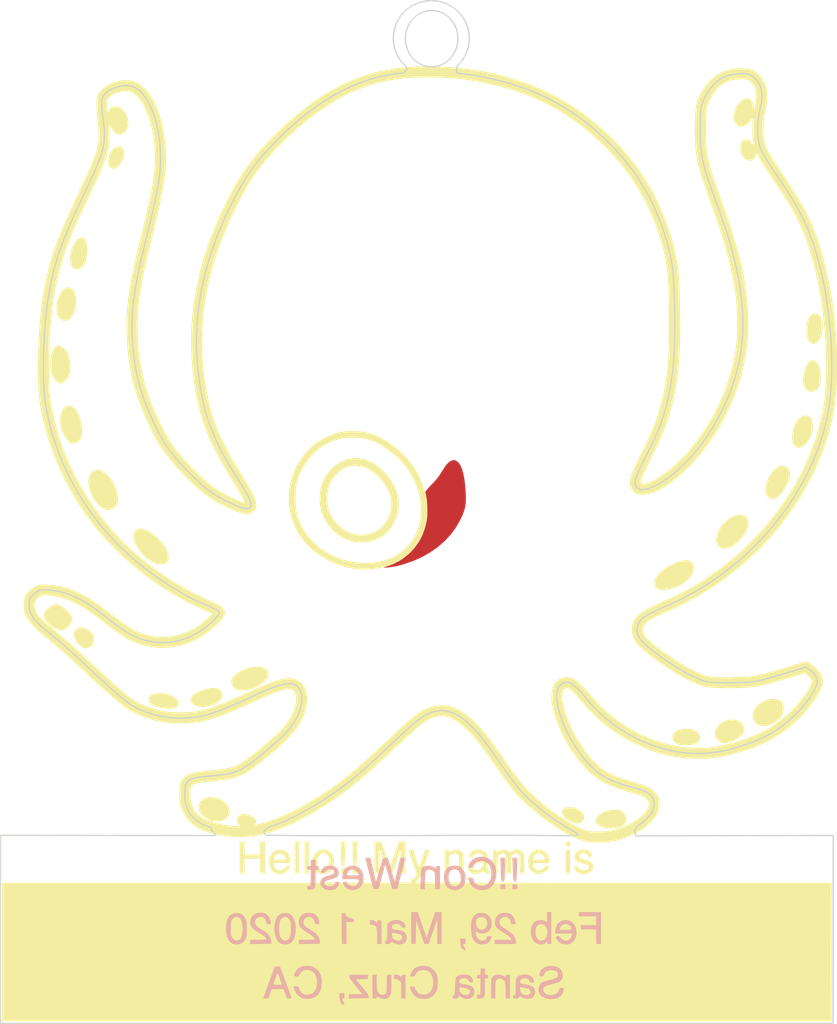
<source format=kicad_pcb>
(kicad_pcb (version 20171130) (host pcbnew "(5.1.5-0)")
  (layers (0 F.Cu signal) (31 B.Cu signal) (34 B.Paste user) (35 F.Paste user) (36 B.SilkS user) (37 F.SilkS user) (38 B.Mask user) (39 F.Mask user) (44 Edge.Cuts user))
  (net 0 "")
  (module LOGO (layer F.Cu) (at 0 0)
    (fp_text reference G*** hide)
    (fp_text value LOGO hide)
  )
  (module LOGO (layer F.Cu) (at 0 0)
    (fp_text reference G*** hide)
    (fp_text value LOGO hide)
  )
  (module LOGO (layer F.Cu) (at 0 0)
    (fp_text reference G*** hide)
    (fp_text value LOGO hide)
  )
  (module LOGO (layer F.Cu) (at 0 0)
    (fp_text reference G*** hide)
    (fp_text value LOGO hide)
    (fp_poly (pts (xy 3.32646 -7.266988) (xy 3.353861 -7.252454) (xy 3.527881 -7.109468) (xy 3.679358 -6.894046) (xy 3.808826 -6.604462) (xy 3.916821 -6.238988) (xy 4.003877 -5.795895) (xy 4.070529 -5.273457) (xy 4.108217 -4.817041) (xy 4.129474 -4.392315) (xy 4.129304 -4.030373) (xy 4.103962 -3.711201) (xy 4.049699 -3.414782) (xy 3.96277 -3.121102) (xy 3.839428 -2.810145) (xy 3.675927 -2.461896) (xy 3.662165 -2.434167) (xy 3.313948 -1.828691) (xy 2.893547 -1.262761) (xy 2.405245 -0.739576) (xy 1.853324 -0.262332) (xy 1.242068 0.165772) (xy 0.575758 0.541539) (xy -0.141322 0.861772) (xy -0.904889 1.123272) (xy -1.218309 1.209666) (xy -1.472768 1.269582) (xy -1.728569 1.319958) (xy -1.971002 1.358926) (xy -2.185357 1.384617) (xy -2.356924 1.39516) (xy -2.470993 1.388688) (xy -2.50825 1.373572) (xy -2.533343 1.331223) (xy -2.521763 1.285179) (xy -2.465647 1.229631) (xy -2.357136 1.158767) (xy -2.188367 1.066779) (xy -1.951481 0.947858) (xy -1.894417 0.91993) (xy -1.338409 0.620675) (xy -0.85723 0.299433) (xy -0.44218 -0.051939) (xy -0.084561 -0.441587) (xy 0.224326 -0.877656) (xy 0.444525 -1.27) (xy 0.559737 -1.513852) (xy 0.651734 -1.750997) (xy 0.722649 -1.994689) (xy 0.77462 -2.258185) (xy 0.809781 -2.55474) (xy 0.830268 -2.89761) (xy 0.838215 -3.30005) (xy 0.836646 -3.704167) (xy 0.833939 -4.036198) (xy 0.834644 -4.293592) (xy 0.8392 -4.486329) (xy 0.848045 -4.624387) (xy 0.861618 -4.717745) (xy 0.880358 -4.776381) (xy 0.884119 -4.783667) (xy 0.93358 -4.850739) (xy 1.030445 -4.964439) (xy 1.162614 -5.111169) (xy 1.317987 -5.277327) (xy 1.392593 -5.355167) (xy 1.564106 -5.536751) (xy 1.712413 -5.704805) (xy 1.849348 -5.875187) (xy 1.986745 -6.063756) (xy 2.136437 -6.286373) (xy 2.310258 -6.558894) (xy 2.408893 -6.717177) (xy 2.590777 -6.968876) (xy 2.779893 -7.153342) (xy 2.969824 -7.266939) (xy 3.154152 -7.306033) (xy 3.32646 -7.266988)) (layer F.Cu) (width 0.01))
  )
  (module LOGO (layer F.Cu) (at 0 0)
    (fp_text reference G*** hide)
    (fp_text value LOGO hide)
  )
  (module LOGO (layer F.Cu) (at 0 0)
    (fp_text reference G*** hide)
    (fp_text value LOGO hide)
  )
  (gr_line (start 12.648983 22.622337) (end 12.236258 22.389871) (layer Edge.Cuts) (width 0.1))
  (gr_line (start 12.236258 22.389871) (end 11.846952 22.147828) (layer Edge.Cuts) (width 0.1))
  (gr_line (start 11.846952 22.147828) (end 11.060053 21.622209) (layer Edge.Cuts) (width 0.1))
  (gr_line (start 11.060053 21.622209) (end 10.253982 21.012145) (layer Edge.Cuts) (width 0.1))
  (gr_line (start 10.253982 21.012145) (end 9.490593 20.364786) (layer Edge.Cuts) (width 0.1))
  (gr_line (start 9.490593 20.364786) (end 9.13672 20.035568) (layer Edge.Cuts) (width 0.1))
  (gr_line (start 9.13672 20.035568) (end 8.807699 19.707161) (layer Edge.Cuts) (width 0.1))
  (gr_line (start 8.807699 19.707161) (end 8.508254 19.382945) (layer Edge.Cuts) (width 0.1))
  (gr_line (start 8.508254 19.382945) (end 8.243113 19.066298) (layer Edge.Cuts) (width 0.1))
  (gr_line (start 8.243113 19.066298) (end 7.481227 18.041284) (layer Edge.Cuts) (width 0.1))
  (gr_line (start 7.481227 18.041284) (end 6.577645 16.751132) (layer Edge.Cuts) (width 0.1))
  (gr_line (start 6.577645 16.751132) (end 6.198023 16.205229) (layer Edge.Cuts) (width 0.1))
  (gr_line (start 6.198023 16.205229) (end 5.830924 15.704244) (layer Edge.Cuts) (width 0.1))
  (gr_line (start 5.830924 15.704244) (end 5.475519 15.247573) (layer Edge.Cuts) (width 0.1))
  (gr_line (start 5.475519 15.247573) (end 5.13098 14.834608) (layer Edge.Cuts) (width 0.1))
  (gr_line (start 5.13098 14.834608) (end 4.796481 14.464745) (layer Edge.Cuts) (width 0.1))
  (gr_line (start 4.796481 14.464745) (end 4.471192 14.137377) (layer Edge.Cuts) (width 0.1))
  (gr_line (start 4.471192 14.137377) (end 4.154286 13.8519) (layer Edge.Cuts) (width 0.1))
  (gr_line (start 4.154286 13.8519) (end 3.844936 13.607707) (layer Edge.Cuts) (width 0.1))
  (gr_line (start 3.844936 13.607707) (end 3.542312 13.404193) (layer Edge.Cuts) (width 0.1))
  (gr_line (start 3.542312 13.404193) (end 3.245588 13.240752) (layer Edge.Cuts) (width 0.1))
  (gr_line (start 3.245588 13.240752) (end 2.953936 13.116778) (layer Edge.Cuts) (width 0.1))
  (gr_line (start 2.953936 13.116778) (end 2.666527 13.031668) (layer Edge.Cuts) (width 0.1))
  (gr_line (start 2.666527 13.031668) (end 2.382534 12.984808) (layer Edge.Cuts) (width 0.1))
  (gr_line (start 2.382534 12.984808) (end 2.101129 12.975608) (layer Edge.Cuts) (width 0.1))
  (gr_line (start 2.101129 12.975608) (end 1.821483 13.003448) (layer Edge.Cuts) (width 0.1))
  (gr_line (start 1.821483 13.003448) (end 1.54277 13.067728) (layer Edge.Cuts) (width 0.1))
  (gr_line (start 1.54277 13.067728) (end 1.226016 13.173448) (layer Edge.Cuts) (width 0.1))
  (gr_line (start 1.226016 13.173448) (end 0.923278 13.308132) (layer Edge.Cuts) (width 0.1))
  (gr_line (start 0.923278 13.308132) (end 0.606789 13.493261) (layer Edge.Cuts) (width 0.1))
  (gr_line (start 0.606789 13.493261) (end 0.248781 13.750316) (layer Edge.Cuts) (width 0.1))
  (gr_line (start 0.248781 13.750316) (end -0.178513 14.100778) (layer Edge.Cuts) (width 0.1))
  (gr_line (start -0.178513 14.100778) (end -0.702859 14.566128) (layer Edge.Cuts) (width 0.1))
  (gr_line (start -0.702859 14.566128) (end -2.153776 15.927412) (layer Edge.Cuts) (width 0.1))
  (gr_line (start -2.153776 15.927412) (end -3.044764 16.764553) (layer Edge.Cuts) (width 0.1))
  (gr_line (start -3.044764 16.764553) (end -3.862907 17.506499) (layer Edge.Cuts) (width 0.1))
  (gr_line (start -3.862907 17.506499) (end -4.624269 18.165976) (layer Edge.Cuts) (width 0.1))
  (gr_line (start -4.624269 18.165976) (end -5.344913 18.755713) (layer Edge.Cuts) (width 0.1))
  (gr_line (start -5.344913 18.755713) (end -6.040902 19.288438) (layer Edge.Cuts) (width 0.1))
  (gr_line (start -6.040902 19.288438) (end -6.7283 19.776878) (layer Edge.Cuts) (width 0.1))
  (gr_line (start -6.7283 19.776878) (end -7.42317 20.23376) (layer Edge.Cuts) (width 0.1))
  (gr_line (start -7.42317 20.23376) (end -8.141575 20.671813) (layer Edge.Cuts) (width 0.1))
  (gr_line (start -8.141575 20.671813) (end -9.251244 21.296125) (layer Edge.Cuts) (width 0.1))
  (gr_line (start -9.251244 21.296125) (end -9.769794 21.564292) (layer Edge.Cuts) (width 0.1))
  (gr_line (start -9.769794 21.564292) (end -10.267188 21.803974) (layer Edge.Cuts) (width 0.1))
  (gr_line (start -10.267188 21.803974) (end -10.745702 22.015802) (layer Edge.Cuts) (width 0.1))
  (gr_line (start -10.745702 22.015802) (end -11.20761 22.200407) (layer Edge.Cuts) (width 0.1))
  (gr_line (start -11.20761 22.200407) (end -11.563279 22.313956) (layer Edge.Cuts) (width 0.1))
  (gr_line (start -11.563279 22.313956) (end -11.838531 22.433053) (layer Edge.Cuts) (width 0.1))
  (gr_line (start -11.838531 22.433053) (end -12.036899 22.55425) (layer Edge.Cuts) (width 0.1))
  (gr_line (start -12.036899 22.55425) (end -12.161915 22.674097) (layer Edge.Cuts) (width 0.1))
  (gr_line (start -12.161915 22.674097) (end -12.217115 22.789146) (layer Edge.Cuts) (width 0.1))
  (gr_line (start -12.217115 22.789146) (end -12.219615 22.843796) (layer Edge.Cuts) (width 0.1))
  (gr_line (start -12.219615 22.843796) (end -12.206005 22.895946) (layer Edge.Cuts) (width 0.1))
  (gr_line (start -12.206005 22.895946) (end -12.132165 22.991046) (layer Edge.Cuts) (width 0.1))
  (gr_line (start -12.132165 22.991046) (end -11.999105 23.071006) (layer Edge.Cuts) (width 0.1))
  (gr_line (start -11.999105 23.071006) (end -9.280231 23.103126) (layer Edge.Cuts) (width 0.1))
  (gr_line (start -9.280231 23.103126) (end -6.411204 23.113026) (layer Edge.Cuts) (width 0.1))
  (gr_line (start -6.411204 23.113026) (end -0.325238 23.095066) (layer Edge.Cuts) (width 0.1))
  (gr_line (start -0.325238 23.095066) (end 6.053707 23.075216) (layer Edge.Cuts) (width 0.1))
  (gr_line (start 6.053707 23.075216) (end 9.288957 23.082716) (layer Edge.Cuts) (width 0.1))
  (gr_line (start 9.288957 23.082716) (end 12.520545 23.111526) (layer Edge.Cuts) (width 0.1))
  (gr_line (start 12.520545 23.111526) (end 12.870814 23.101266) (layer Edge.Cuts) (width 0.1))
  (gr_line (start 12.870814 23.101266) (end 13.087108 23.074396) (layer Edge.Cuts) (width 0.1))
  (gr_line (start 13.087108 23.074396) (end 13.188671 23.031956) (layer Edge.Cuts) (width 0.1))
  (gr_line (start 13.188671 23.031956) (end 13.202441 23.005216) (layer Edge.Cuts) (width 0.1))
  (gr_line (start 13.202441 23.005216) (end 13.194741 22.974976) (layer Edge.Cuts) (width 0.1))
  (gr_line (start 13.194741 22.974976) (end 13.124571 22.904496) (layer Edge.Cuts) (width 0.1))
  (gr_line (start 13.124571 22.904496) (end 12.997394 22.821536) (layer Edge.Cuts) (width 0.1))
  (gr_line (start 12.997394 22.821536) (end 12.649002 22.622331) (layer Edge.Cuts) (width 0.1))
  (gr_line (start 12.649002 22.622331) (end 12.648983 22.622337) (layer Edge.Cuts) (width 0.1))
  (gr_line (start 33.888262 38.301131) (end -33.562844 38.301131) (layer Edge.Cuts) (width 0.1))
  (gr_line (start -33.562844 38.301131) (end -33.562844 23.078773) (layer Edge.Cuts) (width 0.1))
  (gr_line (start -33.562844 23.078773) (end -16.097099 23.094303) (layer Edge.Cuts) (width 0.1))
  (gr_line (start -16.097099 23.094303) (end -16.424909 22.699602) (layer Edge.Cuts) (width 0.1))
  (gr_line (start -16.424909 22.699602) (end -16.533184 22.441528) (layer Edge.Cuts) (width 0.1))
  (gr_line (start -16.533184 22.441528) (end -16.851046 22.331428) (layer Edge.Cuts) (width 0.1))
  (gr_line (start -16.851046 22.331428) (end -17.141842 22.20686) (layer Edge.Cuts) (width 0.1))
  (gr_line (start -17.141842 22.20686) (end -17.405897 22.067535) (layer Edge.Cuts) (width 0.1))
  (gr_line (start -17.405897 22.067535) (end -17.643536 21.913162) (layer Edge.Cuts) (width 0.1))
  (gr_line (start -17.643536 21.913162) (end -17.855086 21.743449) (layer Edge.Cuts) (width 0.1))
  (gr_line (start -17.855086 21.743449) (end -18.040871 21.558105) (layer Edge.Cuts) (width 0.1))
  (gr_line (start -18.040871 21.558105) (end -18.201217 21.35684) (layer Edge.Cuts) (width 0.1))
  (gr_line (start -18.201217 21.35684) (end -18.336449 21.139364) (layer Edge.Cuts) (width 0.1))
  (gr_line (start -18.336449 21.139364) (end -18.446894 20.905384) (layer Edge.Cuts) (width 0.1))
  (gr_line (start -18.446894 20.905384) (end -18.532874 20.65461) (layer Edge.Cuts) (width 0.1))
  (gr_line (start -18.532874 20.65461) (end -18.594724 20.386752) (layer Edge.Cuts) (width 0.1))
  (gr_line (start -18.594724 20.386752) (end -18.632754 20.101518) (layer Edge.Cuts) (width 0.1))
  (gr_line (start -18.632754 20.101518) (end -18.647304 19.798618) (layer Edge.Cuts) (width 0.1))
  (gr_line (start -18.647304 19.798618) (end -18.638504 19.384442) (layer Edge.Cuts) (width 0.1))
  (gr_line (start -18.638504 19.384442) (end -18.620864 19.211662) (layer Edge.Cuts) (width 0.1))
  (gr_line (start -18.620864 19.211662) (end -18.591374 19.059609) (layer Edge.Cuts) (width 0.1))
  (gr_line (start -18.591374 19.059609) (end -18.547774 18.926677) (layer Edge.Cuts) (width 0.1))
  (gr_line (start -18.547774 18.926677) (end -18.487794 18.811257) (layer Edge.Cuts) (width 0.1))
  (gr_line (start -18.487794 18.811257) (end -18.409174 18.711737) (layer Edge.Cuts) (width 0.1))
  (gr_line (start -18.409174 18.711737) (end -18.309644 18.626517) (layer Edge.Cuts) (width 0.1))
  (gr_line (start -18.309644 18.626517) (end -18.186944 18.553987) (layer Edge.Cuts) (width 0.1))
  (gr_line (start -18.186944 18.553987) (end -18.038806 18.492537) (layer Edge.Cuts) (width 0.1))
  (gr_line (start -18.038806 18.492537) (end -17.862965 18.440557) (layer Edge.Cuts) (width 0.1))
  (gr_line (start -17.862965 18.440557) (end -17.657156 18.396447) (layer Edge.Cuts) (width 0.1))
  (gr_line (start -17.657156 18.396447) (end -17.146574 18.325387) (layer Edge.Cuts) (width 0.1))
  (gr_line (start -17.146574 18.325387) (end -16.48894 18.266487) (layer Edge.Cuts) (width 0.1))
  (gr_line (start -16.48894 18.266487) (end -15.6819 18.186927) (layer Edge.Cuts) (width 0.1))
  (gr_line (start -15.6819 18.186927) (end -15.051161 18.081321) (layer Edge.Cuts) (width 0.1))
  (gr_line (start -15.051161 18.081321) (end -14.783269 18.014681) (layer Edge.Cuts) (width 0.1))
  (gr_line (start -14.783269 18.014681) (end -14.537091 17.936631) (layer Edge.Cuts) (width 0.1))
  (gr_line (start -14.537091 17.936631) (end -14.305172 17.845561) (layer Edge.Cuts) (width 0.1))
  (gr_line (start -14.305172 17.845561) (end -14.080058 17.739825) (layer Edge.Cuts) (width 0.1))
  (gr_line (start -14.080058 17.739825) (end -13.681339 17.500208) (layer Edge.Cuts) (width 0.1))
  (gr_line (start -13.681339 17.500208) (end -13.171153 17.138219) (layer Edge.Cuts) (width 0.1))
  (gr_line (start -13.171153 17.138219) (end -12.590332 16.688431) (layer Edge.Cuts) (width 0.1))
  (gr_line (start -12.590332 16.688431) (end -11.979709 16.185417) (layer Edge.Cuts) (width 0.1))
  (gr_line (start -11.979709 16.185417) (end -11.380118 15.66375) (layer Edge.Cuts) (width 0.1))
  (gr_line (start -11.380118 15.66375) (end -10.83239 15.158002) (layer Edge.Cuts) (width 0.1))
  (gr_line (start -10.83239 15.158002) (end -10.377358 14.702747) (layer Edge.Cuts) (width 0.1))
  (gr_line (start -10.377358 14.702747) (end -10.055856 14.332557) (layer Edge.Cuts) (width 0.1))
  (gr_line (start -10.055856 14.332557) (end -9.755068 13.894497) (layer Edge.Cuts) (width 0.1))
  (gr_line (start -9.755068 13.894497) (end -9.513012 13.450397) (layer Edge.Cuts) (width 0.1))
  (gr_line (start -9.513012 13.450397) (end -9.331555 13.009258) (layer Edge.Cuts) (width 0.1))
  (gr_line (start -9.331555 13.009258) (end -9.212564 12.580082) (layer Edge.Cuts) (width 0.1))
  (gr_line (start -9.212564 12.580082) (end -9.177074 12.372794) (layer Edge.Cuts) (width 0.1))
  (gr_line (start -9.177074 12.372794) (end -9.157904 12.171873) (layer Edge.Cuts) (width 0.1))
  (gr_line (start -9.157904 12.171873) (end -9.155304 11.978444) (layer Edge.Cuts) (width 0.1))
  (gr_line (start -9.155304 11.978444) (end -9.169464 11.793633) (layer Edge.Cuts) (width 0.1))
  (gr_line (start -9.169464 11.793633) (end -9.200644 11.618564) (layer Edge.Cuts) (width 0.1))
  (gr_line (start -9.200644 11.618564) (end -9.249074 11.454363) (layer Edge.Cuts) (width 0.1))
  (gr_line (start -9.249074 11.454363) (end -9.314984 11.302156) (layer Edge.Cuts) (width 0.1))
  (gr_line (start -9.314984 11.302156) (end -9.398614 11.163067) (layer Edge.Cuts) (width 0.1))
  (gr_line (start -9.398614 11.163067) (end -9.487844 11.052132) (layer Edge.Cuts) (width 0.1))
  (gr_line (start -9.487844 11.052132) (end -9.58825 10.960132) (layer Edge.Cuts) (width 0.1))
  (gr_line (start -9.58825 10.960132) (end -9.701647 10.887392) (layer Edge.Cuts) (width 0.1))
  (gr_line (start -9.701647 10.887392) (end -9.829855 10.834242) (layer Edge.Cuts) (width 0.1))
  (gr_line (start -9.829855 10.834242) (end -9.974697 10.801002) (layer Edge.Cuts) (width 0.1))
  (gr_line (start -9.974697 10.801002) (end -10.137991 10.788002) (layer Edge.Cuts) (width 0.1))
  (gr_line (start -10.137991 10.788002) (end -10.32156 10.795602) (layer Edge.Cuts) (width 0.1))
  (gr_line (start -10.32156 10.795602) (end -10.527223 10.824062) (layer Edge.Cuts) (width 0.1))
  (gr_line (start -10.527223 10.824062) (end -11.012118 10.944984) (layer Edge.Cuts) (width 0.1))
  (gr_line (start -11.012118 10.944984) (end -11.60724 11.15341) (layer Edge.Cuts) (width 0.1))
  (gr_line (start -11.60724 11.15341) (end -12.327156 11.451954) (layer Edge.Cuts) (width 0.1))
  (gr_line (start -12.327156 11.451954) (end -13.186431 11.843232) (layer Edge.Cuts) (width 0.1))
  (gr_line (start -13.186431 11.843232) (end -14.137303 12.275153) (layer Edge.Cuts) (width 0.1))
  (gr_line (start -14.137303 12.275153) (end -15.086932 12.681321) (layer Edge.Cuts) (width 0.1))
  (gr_line (start -15.086932 12.681321) (end -15.92521 13.016107) (layer Edge.Cuts) (width 0.1))
  (gr_line (start -15.92521 13.016107) (end -16.542032 13.233879) (layer Edge.Cuts) (width 0.1))
  (gr_line (start -16.542032 13.233879) (end -16.968999 13.351643) (layer Edge.Cuts) (width 0.1))
  (gr_line (start -16.968999 13.351643) (end -17.402744 13.445453) (layer Edge.Cuts) (width 0.1))
  (gr_line (start -17.402744 13.445453) (end -17.841519 13.515533) (layer Edge.Cuts) (width 0.1))
  (gr_line (start -17.841519 13.515533) (end -18.283572 13.562123) (layer Edge.Cuts) (width 0.1))
  (gr_line (start -18.283572 13.562123) (end -18.727154 13.585433) (layer Edge.Cuts) (width 0.1))
  (gr_line (start -18.727154 13.585433) (end -19.170514 13.585699) (layer Edge.Cuts) (width 0.1))
  (gr_line (start -19.170514 13.585699) (end -19.611904 13.563149) (layer Edge.Cuts) (width 0.1))
  (gr_line (start -19.611904 13.563149) (end -20.049574 13.518) (layer Edge.Cuts) (width 0.1))
  (gr_line (start -20.049574 13.518) (end -20.481772 13.45049) (layer Edge.Cuts) (width 0.1))
  (gr_line (start -20.481772 13.45049) (end -20.90675 13.36084) (layer Edge.Cuts) (width 0.1))
  (gr_line (start -20.90675 13.36084) (end -21.322754 13.249225) (layer Edge.Cuts) (width 0.1))
  (gr_line (start -21.322754 13.249225) (end -21.728041 13.115972) (layer Edge.Cuts) (width 0.1))
  (gr_line (start -21.728041 13.115972) (end -22.120858 12.96126) (layer Edge.Cuts) (width 0.1))
  (gr_line (start -22.120858 12.96126) (end -22.499455 12.785314) (layer Edge.Cuts) (width 0.1))
  (gr_line (start -22.499455 12.785314) (end -22.862081 12.588362) (layer Edge.Cuts) (width 0.1))
  (gr_line (start -22.862081 12.588362) (end -23.206988 12.37063) (layer Edge.Cuts) (width 0.1))
  (gr_line (start -23.206988 12.37063) (end -23.696533 11.990336) (layer Edge.Cuts) (width 0.1))
  (gr_line (start -23.696533 11.990336) (end -24.428604 11.363335) (layer Edge.Cuts) (width 0.1))
  (gr_line (start -24.428604 11.363335) (end -25.304195 10.576686) (layer Edge.Cuts) (width 0.1))
  (gr_line (start -25.304195 10.576686) (end -26.2243 9.717445) (layer Edge.Cuts) (width 0.1))
  (gr_line (start -26.2243 9.717445) (end -27.158209 8.84183) (layer Edge.Cuts) (width 0.1))
  (gr_line (start -27.158209 8.84183) (end -28.071383 8.010598) (layer Edge.Cuts) (width 0.1))
  (gr_line (start -28.071383 8.010598) (end -28.859078 7.317617) (layer Edge.Cuts) (width 0.1))
  (gr_line (start -28.859078 7.317617) (end -29.416546 6.856751) (layer Edge.Cuts) (width 0.1))
  (gr_line (start -29.416546 6.856751) (end -29.900913 6.472805) (layer Edge.Cuts) (width 0.1))
  (gr_line (start -29.900913 6.472805) (end -30.299331 6.130178) (layer Edge.Cuts) (width 0.1))
  (gr_line (start -30.299331 6.130178) (end -30.618386 5.820283) (layer Edge.Cuts) (width 0.1))
  (gr_line (start -30.618386 5.820283) (end -30.864663 5.534534) (layer Edge.Cuts) (width 0.1))
  (gr_line (start -30.864663 5.534534) (end -31.044749 5.264343) (layer Edge.Cuts) (width 0.1))
  (gr_line (start -31.044749 5.264343) (end -31.165228 5.001123) (layer Edge.Cuts) (width 0.1))
  (gr_line (start -31.165228 5.001123) (end -31.232686 4.736288) (layer Edge.Cuts) (width 0.1))
  (gr_line (start -31.232686 4.736288) (end -31.253709 4.461251) (layer Edge.Cuts) (width 0.1))
  (gr_line (start -31.253709 4.461251) (end -31.232969 4.140783) (layer Edge.Cuts) (width 0.1))
  (gr_line (start -31.232969 4.140783) (end -31.204344 4.009352) (layer Edge.Cuts) (width 0.1))
  (gr_line (start -31.204344 4.009352) (end -31.161149 3.891869) (layer Edge.Cuts) (width 0.1))
  (gr_line (start -31.161149 3.891869) (end -31.101584 3.784394) (layer Edge.Cuts) (width 0.1))
  (gr_line (start -31.101584 3.784394) (end -31.023849 3.682986) (layer Edge.Cuts) (width 0.1))
  (gr_line (start -31.023849 3.682986) (end -30.806669 3.482611) (layer Edge.Cuts) (width 0.1))
  (gr_line (start -30.806669 3.482611) (end -30.668615 3.380044) (layer Edge.Cuts) (width 0.1))
  (gr_line (start -30.668615 3.380044) (end -30.539626 3.301504) (layer Edge.Cuts) (width 0.1))
  (gr_line (start -30.539626 3.301504) (end -30.409493 3.245224) (layer Edge.Cuts) (width 0.1))
  (gr_line (start -30.409493 3.245224) (end -30.268003 3.209424) (layer Edge.Cuts) (width 0.1))
  (gr_line (start -30.268003 3.209424) (end -30.104947 3.192334) (layer Edge.Cuts) (width 0.1))
  (gr_line (start -30.104947 3.192334) (end -29.910113 3.192177) (layer Edge.Cuts) (width 0.1))
  (gr_line (start -29.910113 3.192177) (end -29.384269 3.235577) (layer Edge.Cuts) (width 0.1))
  (gr_line (start -29.384269 3.235577) (end -28.886287 3.313817) (layer Edge.Cuts) (width 0.1))
  (gr_line (start -28.886287 3.313817) (end -28.383137 3.441696) (layer Edge.Cuts) (width 0.1))
  (gr_line (start -28.383137 3.441696) (end -27.872989 3.620107) (layer Edge.Cuts) (width 0.1))
  (gr_line (start -27.872989 3.620107) (end -27.354012 3.849945) (layer Edge.Cuts) (width 0.1))
  (gr_line (start -27.354012 3.849945) (end -26.824377 4.132103) (layer Edge.Cuts) (width 0.1))
  (gr_line (start -26.824377 4.132103) (end -26.282253 4.467474) (layer Edge.Cuts) (width 0.1))
  (gr_line (start -26.282253 4.467474) (end -25.72581 4.856952) (layer Edge.Cuts) (width 0.1))
  (gr_line (start -25.72581 4.856952) (end -25.153219 5.30143) (layer Edge.Cuts) (width 0.1))
  (gr_line (start -25.153219 5.30143) (end -24.546539 5.783588) (layer Edge.Cuts) (width 0.1))
  (gr_line (start -24.546539 5.783588) (end -24.008184 6.186259) (layer Edge.Cuts) (width 0.1))
  (gr_line (start -24.008184 6.186259) (end -23.523867 6.517372) (layer Edge.Cuts) (width 0.1))
  (gr_line (start -23.523867 6.517372) (end -23.079301 6.784854) (layer Edge.Cuts) (width 0.1))
  (gr_line (start -23.079301 6.784854) (end -22.660198 6.996634) (layer Edge.Cuts) (width 0.1))
  (gr_line (start -22.660198 6.996634) (end -22.252271 7.16064) (layer Edge.Cuts) (width 0.1))
  (gr_line (start -22.252271 7.16064) (end -21.841232 7.284801) (layer Edge.Cuts) (width 0.1))
  (gr_line (start -21.841232 7.284801) (end -21.412795 7.377041) (layer Edge.Cuts) (width 0.1))
  (gr_line (start -21.412795 7.377041) (end -21.078876 7.426961) (layer Edge.Cuts) (width 0.1))
  (gr_line (start -21.078876 7.426961) (end -20.747589 7.456981) (layer Edge.Cuts) (width 0.1))
  (gr_line (start -20.747589 7.456981) (end -20.419031 7.467141) (layer Edge.Cuts) (width 0.1))
  (gr_line (start -20.419031 7.467141) (end -20.0933 7.457441) (layer Edge.Cuts) (width 0.1))
  (gr_line (start -20.0933 7.457441) (end -19.770493 7.427981) (layer Edge.Cuts) (width 0.1))
  (gr_line (start -19.770493 7.427981) (end -19.450709 7.378751) (layer Edge.Cuts) (width 0.1))
  (gr_line (start -19.450709 7.378751) (end -19.134043 7.309781) (layer Edge.Cuts) (width 0.1))
  (gr_line (start -19.134043 7.309781) (end -18.820594 7.221111) (layer Edge.Cuts) (width 0.1))
  (gr_line (start -18.820594 7.221111) (end -18.510459 7.112764) (layer Edge.Cuts) (width 0.1))
  (gr_line (start -18.510459 7.112764) (end -18.203736 6.984772) (layer Edge.Cuts) (width 0.1))
  (gr_line (start -18.203736 6.984772) (end -17.900521 6.837166) (layer Edge.Cuts) (width 0.1))
  (gr_line (start -17.900521 6.837166) (end -17.600913 6.669978) (layer Edge.Cuts) (width 0.1))
  (gr_line (start -17.600913 6.669978) (end -17.305009 6.483238) (layer Edge.Cuts) (width 0.1))
  (gr_line (start -17.305009 6.483238) (end -17.012906 6.276977) (layer Edge.Cuts) (width 0.1))
  (gr_line (start -17.012906 6.276977) (end -16.724701 6.051225) (layer Edge.Cuts) (width 0.1))
  (gr_line (start -16.724701 6.051225) (end -16.440493 5.806014) (layer Edge.Cuts) (width 0.1))
  (gr_line (start -16.440493 5.806014) (end -16.196041 5.570482) (layer Edge.Cuts) (width 0.1))
  (gr_line (start -16.196041 5.570482) (end -15.996156 5.349917) (layer Edge.Cuts) (width 0.1))
  (gr_line (start -15.996156 5.349917) (end -15.861445 5.169042) (layer Edge.Cuts) (width 0.1))
  (gr_line (start -15.861445 5.169042) (end -15.824965 5.101212) (layer Edge.Cuts) (width 0.1))
  (gr_line (start -15.824965 5.101212) (end -15.812505 5.052582) (layer Edge.Cuts) (width 0.1))
  (gr_line (start -15.812505 5.052582) (end -15.835265 5.006482) (layer Edge.Cuts) (width 0.1))
  (gr_line (start -15.835265 5.006482) (end -15.899705 4.945912) (layer Edge.Cuts) (width 0.1))
  (gr_line (start -15.899705 4.945912) (end -16.135656 4.79169) (layer Edge.Cuts) (width 0.1))
  (gr_line (start -16.135656 4.79169) (end -16.484351 4.610571) (layer Edge.Cuts) (width 0.1))
  (gr_line (start -16.484351 4.610571) (end -16.909784 4.423209) (layer Edge.Cuts) (width 0.1))
  (gr_line (start -16.909784 4.423209) (end -17.383207 4.2208) (layer Edge.Cuts) (width 0.1))
  (gr_line (start -17.383207 4.2208) (end -17.864825 3.99539) (layer Edge.Cuts) (width 0.1))
  (gr_line (start -17.864825 3.99539) (end -18.35275 3.748303) (layer Edge.Cuts) (width 0.1))
  (gr_line (start -18.35275 3.748303) (end -18.845094 3.480862) (layer Edge.Cuts) (width 0.1))
  (gr_line (start -18.845094 3.480862) (end -19.835483 2.890212) (layer Edge.Cuts) (width 0.1))
  (gr_line (start -19.835483 2.890212) (end -20.820889 2.234029) (layer Edge.Cuts) (width 0.1))
  (gr_line (start -20.820889 2.234029) (end -21.786203 1.5229) (layer Edge.Cuts) (width 0.1))
  (gr_line (start -21.786203 1.5229) (end -22.716322 0.767414) (layer Edge.Cuts) (width 0.1))
  (gr_line (start -22.716322 0.767414) (end -23.163462 0.376346) (layer Edge.Cuts) (width 0.1))
  (gr_line (start -23.163462 0.376346) (end -23.596138 -0.02184) (layer Edge.Cuts) (width 0.1))
  (gr_line (start -23.596138 -0.02184) (end -24.012462 -0.425822) (layer Edge.Cuts) (width 0.1))
  (gr_line (start -24.012462 -0.425822) (end -24.410546 -0.834276) (layer Edge.Cuts) (width 0.1))
  (gr_line (start -24.410546 -0.834276) (end -24.953783 -1.430878) (layer Edge.Cuts) (width 0.1))
  (gr_line (start -24.953783 -1.430878) (end -25.473793 -2.047952) (layer Edge.Cuts) (width 0.1))
  (gr_line (start -25.473793 -2.047952) (end -25.969948 -2.684222) (layer Edge.Cuts) (width 0.1))
  (gr_line (start -25.969948 -2.684222) (end -26.441621 -3.33841) (layer Edge.Cuts) (width 0.1))
  (gr_line (start -26.441621 -3.33841) (end -26.888182 -4.009241) (layer Edge.Cuts) (width 0.1))
  (gr_line (start -26.888182 -4.009241) (end -27.309004 -4.695437) (layer Edge.Cuts) (width 0.1))
  (gr_line (start -27.309004 -4.695437) (end -27.703459 -5.395721) (layer Edge.Cuts) (width 0.1))
  (gr_line (start -27.703459 -5.395721) (end -28.070918 -6.108817) (layer Edge.Cuts) (width 0.1))
  (gr_line (start -28.070918 -6.108817) (end -28.410754 -6.833447) (layer Edge.Cuts) (width 0.1))
  (gr_line (start -28.410754 -6.833447) (end -28.722338 -7.568335) (layer Edge.Cuts) (width 0.1))
  (gr_line (start -28.722338 -7.568335) (end -29.005041 -8.312203) (layer Edge.Cuts) (width 0.1))
  (gr_line (start -29.005041 -8.312203) (end -29.258236 -9.063775) (layer Edge.Cuts) (width 0.1))
  (gr_line (start -29.258236 -9.063775) (end -29.481295 -9.821774) (layer Edge.Cuts) (width 0.1))
  (gr_line (start -29.481295 -9.821774) (end -29.67359 -10.584924) (layer Edge.Cuts) (width 0.1))
  (gr_line (start -29.67359 -10.584924) (end -29.834491 -11.351946) (layer Edge.Cuts) (width 0.1))
  (gr_line (start -29.834491 -11.351946) (end -29.963372 -12.121565) (layer Edge.Cuts) (width 0.1))
  (gr_line (start -29.963372 -12.121565) (end -30.010013 -12.505231) (layer Edge.Cuts) (width 0.1))
  (gr_line (start -30.010013 -12.505231) (end -30.046516 -12.94309) (layer Edge.Cuts) (width 0.1))
  (gr_line (start -30.046516 -12.94309) (end -30.090147 -13.953448) (layer Edge.Cuts) (width 0.1))
  (gr_line (start -30.090147 -13.953448) (end -30.096347 -15.09676) (layer Edge.Cuts) (width 0.1))
  (gr_line (start -30.096347 -15.09676) (end -30.067187 -16.317149) (layer Edge.Cuts) (width 0.1))
  (gr_line (start -30.067187 -16.317149) (end -30.00475 -17.558737) (layer Edge.Cuts) (width 0.1))
  (gr_line (start -30.00475 -17.558737) (end -29.911115 -18.765647) (layer Edge.Cuts) (width 0.1))
  (gr_line (start -29.911115 -18.765647) (end -29.788361 -19.881999) (layer Edge.Cuts) (width 0.1))
  (gr_line (start -29.788361 -19.881999) (end -29.638567 -20.851918) (layer Edge.Cuts) (width 0.1))
  (gr_line (start -29.638567 -20.851918) (end -29.449777 -21.804417) (layer Edge.Cuts) (width 0.1))
  (gr_line (start -29.449777 -21.804417) (end -29.246178 -22.682246) (layer Edge.Cuts) (width 0.1))
  (gr_line (start -29.246178 -22.682246) (end -29.015371 -23.521013) (layer Edge.Cuts) (width 0.1))
  (gr_line (start -29.015371 -23.521013) (end -28.744961 -24.356327) (layer Edge.Cuts) (width 0.1))
  (gr_line (start -28.744961 -24.356327) (end -28.42255 -25.223796) (layer Edge.Cuts) (width 0.1))
  (gr_line (start -28.42255 -25.223796) (end -28.035741 -26.159029) (layer Edge.Cuts) (width 0.1))
  (gr_line (start -28.035741 -26.159029) (end -27.572137 -27.197632) (layer Edge.Cuts) (width 0.1))
  (gr_line (start -27.572137 -27.197632) (end -27.019342 -28.375215) (layer Edge.Cuts) (width 0.1))
  (gr_line (start -27.019342 -28.375215) (end -26.385982 -29.714751) (layer Edge.Cuts) (width 0.1))
  (gr_line (start -26.385982 -29.714751) (end -25.902284 -30.78541) (layer Edge.Cuts) (width 0.1))
  (gr_line (start -25.902284 -30.78541) (end -25.552294 -31.645221) (layer Edge.Cuts) (width 0.1))
  (gr_line (start -25.552294 -31.645221) (end -25.422455 -32.014192) (layer Edge.Cuts) (width 0.1))
  (gr_line (start -25.422455 -32.014192) (end -25.32006 -32.352212) (layer Edge.Cuts) (width 0.1))
  (gr_line (start -25.32006 -32.352212) (end -25.24312 -32.666535) (layer Edge.Cuts) (width 0.1))
  (gr_line (start -25.24312 -32.666535) (end -25.18963 -32.964413) (layer Edge.Cuts) (width 0.1))
  (gr_line (start -25.18963 -32.964413) (end -25.1576 -33.253102) (layer Edge.Cuts) (width 0.1))
  (gr_line (start -25.1576 -33.253102) (end -25.14504 -33.539853) (layer Edge.Cuts) (width 0.1))
  (gr_line (start -25.14504 -33.539853) (end -25.14994 -33.831921) (layer Edge.Cuts) (width 0.1))
  (gr_line (start -25.14994 -33.831921) (end -25.17034 -34.136559) (layer Edge.Cuts) (width 0.1))
  (gr_line (start -25.17034 -34.136559) (end -25.2496 -34.812562) (layer Edge.Cuts) (width 0.1))
  (gr_line (start -25.2496 -34.812562) (end -25.3368 -35.537269) (layer Edge.Cuts) (width 0.1))
  (gr_line (start -25.3368 -35.537269) (end -25.37096 -36.074084) (layer Edge.Cuts) (width 0.1))
  (gr_line (start -25.37096 -36.074084) (end -25.35266 -36.456127) (layer Edge.Cuts) (width 0.1))
  (gr_line (start -25.35266 -36.456127) (end -25.32401 -36.59946) (layer Edge.Cuts) (width 0.1))
  (gr_line (start -25.32401 -36.59946) (end -25.28246 -36.71652) (layer Edge.Cuts) (width 0.1))
  (gr_line (start -25.28246 -36.71652) (end -25.16875 -36.895921) (layer Edge.Cuts) (width 0.1))
  (gr_line (start -25.16875 -36.895921) (end -25.000168 -37.066222) (layer Edge.Cuts) (width 0.1))
  (gr_line (start -25.000168 -37.066222) (end -24.786181 -37.222856) (layer Edge.Cuts) (width 0.1))
  (gr_line (start -24.786181 -37.222856) (end -24.536255 -37.361255) (layer Edge.Cuts) (width 0.1))
  (gr_line (start -24.536255 -37.361255) (end -24.259856 -37.47685) (layer Edge.Cuts) (width 0.1))
  (gr_line (start -24.259856 -37.47685) (end -23.966449 -37.565075) (layer Edge.Cuts) (width 0.1))
  (gr_line (start -23.966449 -37.565075) (end -23.6655 -37.621358) (layer Edge.Cuts) (width 0.1))
  (gr_line (start -23.6655 -37.621358) (end -23.366476 -37.641134) (layer Edge.Cuts) (width 0.1))
  (gr_line (start -23.366476 -37.641134) (end -23.188317 -37.629635) (layer Edge.Cuts) (width 0.1))
  (gr_line (start -23.188317 -37.629635) (end -23.013974 -37.595624) (layer Edge.Cuts) (width 0.1))
  (gr_line (start -23.013974 -37.595624) (end -22.843691 -37.539839) (layer Edge.Cuts) (width 0.1))
  (gr_line (start -22.843691 -37.539839) (end -22.67771 -37.463014) (layer Edge.Cuts) (width 0.1))
  (gr_line (start -22.67771 -37.463014) (end -22.516275 -37.365884) (layer Edge.Cuts) (width 0.1))
  (gr_line (start -22.516275 -37.365884) (end -22.359628 -37.249187) (layer Edge.Cuts) (width 0.1))
  (gr_line (start -22.359628 -37.249187) (end -22.208012 -37.113656) (layer Edge.Cuts) (width 0.1))
  (gr_line (start -22.208012 -37.113656) (end -22.061669 -36.960027) (layer Edge.Cuts) (width 0.1))
  (gr_line (start -22.061669 -36.960027) (end -21.785777 -36.601417) (layer Edge.Cuts) (width 0.1))
  (gr_line (start -21.785777 -36.601417) (end -21.533893 -36.17924) (layer Edge.Cuts) (width 0.1))
  (gr_line (start -21.533893 -36.17924) (end -21.30796 -35.69938) (layer Edge.Cuts) (width 0.1))
  (gr_line (start -21.30796 -35.69938) (end -21.109921 -35.16772) (layer Edge.Cuts) (width 0.1))
  (gr_line (start -21.109921 -35.16772) (end -20.941719 -34.590142) (layer Edge.Cuts) (width 0.1))
  (gr_line (start -20.941719 -34.590142) (end -20.805294 -33.972532) (layer Edge.Cuts) (width 0.1))
  (gr_line (start -20.805294 -33.972532) (end -20.702591 -33.32077) (layer Edge.Cuts) (width 0.1))
  (gr_line (start -20.702591 -33.32077) (end -20.635551 -32.640742) (layer Edge.Cuts) (width 0.1))
  (gr_line (start -20.635551 -32.640742) (end -20.606121 -31.938329) (layer Edge.Cuts) (width 0.1))
  (gr_line (start -20.606121 -31.938329) (end -20.616241 -31.219416) (layer Edge.Cuts) (width 0.1))
  (gr_line (start -20.616241 -31.219416) (end -20.667851 -30.489886) (layer Edge.Cuts) (width 0.1))
  (gr_line (start -20.667851 -30.489886) (end -20.762891 -29.755621) (layer Edge.Cuts) (width 0.1))
  (gr_line (start -20.762891 -29.755621) (end -20.919836 -28.906898) (layer Edge.Cuts) (width 0.1))
  (gr_line (start -20.919836 -28.906898) (end -21.155283 -27.796713) (layer Edge.Cuts) (width 0.1))
  (gr_line (start -21.155283 -27.796713) (end -21.437361 -26.569041) (layer Edge.Cuts) (width 0.1))
  (gr_line (start -21.437361 -26.569041) (end -21.734199 -25.367855) (layer Edge.Cuts) (width 0.1))
  (gr_line (start -21.734199 -25.367855) (end -22.112303 -23.838907) (layer Edge.Cuts) (width 0.1))
  (gr_line (start -22.112303 -23.838907) (end -22.414091 -22.473931) (layer Edge.Cuts) (width 0.1))
  (gr_line (start -22.414091 -22.473931) (end -22.642935 -21.243898) (layer Edge.Cuts) (width 0.1))
  (gr_line (start -22.642935 -21.243898) (end -22.802209 -20.119782) (layer Edge.Cuts) (width 0.1))
  (gr_line (start -22.802209 -20.119782) (end -22.895289 -19.072554) (layer Edge.Cuts) (width 0.1))
  (gr_line (start -22.895289 -19.072554) (end -22.918059 -18.568703) (layer Edge.Cuts) (width 0.1))
  (gr_line (start -22.918059 -18.568703) (end -22.925559 -18.073189) (layer Edge.Cuts) (width 0.1))
  (gr_line (start -22.925559 -18.073189) (end -22.896359 -17.092659) (layer Edge.Cuts) (width 0.1))
  (gr_line (start -22.896359 -17.092659) (end -22.811089 -16.101936) (layer Edge.Cuts) (width 0.1))
  (gr_line (start -22.811089 -16.101936) (end -22.723399 -15.394152) (layer Edge.Cuts) (width 0.1))
  (gr_line (start -22.723399 -15.394152) (end -22.623064 -14.745841) (layer Edge.Cuts) (width 0.1))
  (gr_line (start -22.623064 -14.745841) (end -22.505321 -14.138965) (layer Edge.Cuts) (width 0.1))
  (gr_line (start -22.505321 -14.138965) (end -22.365406 -13.555485) (layer Edge.Cuts) (width 0.1))
  (gr_line (start -22.365406 -13.555485) (end -22.198555 -12.977362) (layer Edge.Cuts) (width 0.1))
  (gr_line (start -22.198555 -12.977362) (end -22.000005 -12.386557) (layer Edge.Cuts) (width 0.1))
  (gr_line (start -22.000005 -12.386557) (end -21.764991 -11.765033) (layer Edge.Cuts) (width 0.1))
  (gr_line (start -21.764991 -11.765033) (end -21.48875 -11.094749) (layer Edge.Cuts) (width 0.1))
  (gr_line (start -21.48875 -11.094749) (end -21.145769 -10.316821) (layer Edge.Cuts) (width 0.1))
  (gr_line (start -21.145769 -10.316821) (end -20.817023 -9.636035) (layer Edge.Cuts) (width 0.1))
  (gr_line (start -20.817023 -9.636035) (end -20.486539 -9.028529) (layer Edge.Cuts) (width 0.1))
  (gr_line (start -20.486539 -9.028529) (end -20.138341 -8.470436) (layer Edge.Cuts) (width 0.1))
  (gr_line (start -20.138341 -8.470436) (end -19.756454 -7.937895) (layer Edge.Cuts) (width 0.1))
  (gr_line (start -19.756454 -7.937895) (end -19.324903 -7.40704) (layer Edge.Cuts) (width 0.1))
  (gr_line (start -19.324903 -7.40704) (end -18.827714 -6.854007) (layer Edge.Cuts) (width 0.1))
  (gr_line (start -18.827714 -6.854007) (end -18.248912 -6.254933) (layer Edge.Cuts) (width 0.1))
  (gr_line (start -18.248912 -6.254933) (end -17.419084 -5.447377) (layer Edge.Cuts) (width 0.1))
  (gr_line (start -17.419084 -5.447377) (end -17.067469 -5.134714) (layer Edge.Cuts) (width 0.1))
  (gr_line (start -17.067469 -5.134714) (end -16.737662 -4.867124) (layer Edge.Cuts) (width 0.1))
  (gr_line (start -16.737662 -4.867124) (end -16.414371 -4.632857) (layer Edge.Cuts) (width 0.1))
  (gr_line (start -16.414371 -4.632857) (end -16.082301 -4.42016) (layer Edge.Cuts) (width 0.1))
  (gr_line (start -16.082301 -4.42016) (end -15.726159 -4.217281) (layer Edge.Cuts) (width 0.1))
  (gr_line (start -15.726159 -4.217281) (end -15.330653 -4.01247) (layer Edge.Cuts) (width 0.1))
  (gr_line (start -15.330653 -4.01247) (end -14.531163 -3.640586) (layer Edge.Cuts) (width 0.1))
  (gr_line (start -14.531163 -3.640586) (end -14.206288 -3.51358) (layer Edge.Cuts) (width 0.1))
  (gr_line (start -14.206288 -3.51358) (end -13.930806 -3.42679) (layer Edge.Cuts) (width 0.1))
  (gr_line (start -13.930806 -3.42679) (end -13.704328 -3.38089) (layer Edge.Cuts) (width 0.1))
  (gr_line (start -13.704328 -3.38089) (end -13.526465 -3.37659) (layer Edge.Cuts) (width 0.1))
  (gr_line (start -13.526465 -3.37659) (end -13.396826 -3.41456) (layer Edge.Cuts) (width 0.1))
  (gr_line (start -13.396826 -3.41456) (end -13.349966 -3.44962) (layer Edge.Cuts) (width 0.1))
  (gr_line (start -13.349966 -3.44962) (end -13.315016 -3.49551) (layer Edge.Cuts) (width 0.1))
  (gr_line (start -13.315016 -3.49551) (end -13.280656 -3.620113) (layer Edge.Cuts) (width 0.1))
  (gr_line (start -13.280656 -3.620113) (end -13.293356 -3.789064) (layer Edge.Cuts) (width 0.1))
  (gr_line (start -13.293356 -3.789064) (end -13.352716 -4.003054) (layer Edge.Cuts) (width 0.1))
  (gr_line (start -13.352716 -4.003054) (end -13.458352 -4.262771) (layer Edge.Cuts) (width 0.1))
  (gr_line (start -13.458352 -4.262771) (end -13.609875 -4.568906) (layer Edge.Cuts) (width 0.1))
  (gr_line (start -13.609875 -4.568906) (end -13.806894 -4.922148) (layer Edge.Cuts) (width 0.1))
  (gr_line (start -13.806894 -4.922148) (end -14.335861 -5.77271) (layer Edge.Cuts) (width 0.1))
  (gr_line (start -14.335861 -5.77271) (end -14.717092 -6.369995) (layer Edge.Cuts) (width 0.1))
  (gr_line (start -14.717092 -6.369995) (end -15.069159 -6.948837) (layer Edge.Cuts) (width 0.1))
  (gr_line (start -15.069159 -6.948837) (end -15.393268 -7.51264) (layer Edge.Cuts) (width 0.1))
  (gr_line (start -15.393268 -7.51264) (end -15.690626 -8.064811) (layer Edge.Cuts) (width 0.1))
  (gr_line (start -15.690626 -8.064811) (end -15.962437 -8.608757) (layer Edge.Cuts) (width 0.1))
  (gr_line (start -15.962437 -8.608757) (end -16.209909 -9.147882) (layer Edge.Cuts) (width 0.1))
  (gr_line (start -16.209909 -9.147882) (end -16.434246 -9.685593) (layer Edge.Cuts) (width 0.1))
  (gr_line (start -16.434246 -9.685593) (end -16.636656 -10.225296) (layer Edge.Cuts) (width 0.1))
  (gr_line (start -16.636656 -10.225296) (end -16.818343 -10.770397) (layer Edge.Cuts) (width 0.1))
  (gr_line (start -16.818343 -10.770397) (end -16.980514 -11.324301) (layer Edge.Cuts) (width 0.1))
  (gr_line (start -16.980514 -11.324301) (end -17.124375 -11.890415) (layer Edge.Cuts) (width 0.1))
  (gr_line (start -17.124375 -11.890415) (end -17.251131 -12.472145) (layer Edge.Cuts) (width 0.1))
  (gr_line (start -17.251131 -12.472145) (end -17.36199 -13.072896) (layer Edge.Cuts) (width 0.1))
  (gr_line (start -17.36199 -13.072896) (end -17.45816 -13.696075) (layer Edge.Cuts) (width 0.1))
  (gr_line (start -17.45816 -13.696075) (end -17.54084 -14.345087) (layer Edge.Cuts) (width 0.1))
  (gr_line (start -17.54084 -14.345087) (end -17.61124 -15.023339) (layer Edge.Cuts) (width 0.1))
  (gr_line (start -17.61124 -15.023339) (end -17.66818 -15.797417) (layer Edge.Cuts) (width 0.1))
  (gr_line (start -17.66818 -15.797417) (end -17.69533 -16.57663) (layer Edge.Cuts) (width 0.1))
  (gr_line (start -17.69533 -16.57663) (end -17.69283 -17.360451) (layer Edge.Cuts) (width 0.1))
  (gr_line (start -17.69283 -17.360451) (end -17.66074 -18.148352) (layer Edge.Cuts) (width 0.1))
  (gr_line (start -17.66074 -18.148352) (end -17.59919 -18.939804) (layer Edge.Cuts) (width 0.1))
  (gr_line (start -17.59919 -18.939804) (end -17.50829 -19.734278) (layer Edge.Cuts) (width 0.1))
  (gr_line (start -17.50829 -19.734278) (end -17.38815 -20.531247) (layer Edge.Cuts) (width 0.1))
  (gr_line (start -17.38815 -20.531247) (end -17.238876 -21.330183) (layer Edge.Cuts) (width 0.1))
  (gr_line (start -17.238876 -21.330183) (end -17.060576 -22.130556) (layer Edge.Cuts) (width 0.1))
  (gr_line (start -17.060576 -22.130556) (end -16.853359 -22.931839) (layer Edge.Cuts) (width 0.1))
  (gr_line (start -16.853359 -22.931839) (end -16.617332 -23.733503) (layer Edge.Cuts) (width 0.1))
  (gr_line (start -16.617332 -23.733503) (end -16.352604 -24.53502) (layer Edge.Cuts) (width 0.1))
  (gr_line (start -16.352604 -24.53502) (end -16.059282 -25.335863) (layer Edge.Cuts) (width 0.1))
  (gr_line (start -16.059282 -25.335863) (end -15.737476 -26.135501) (layer Edge.Cuts) (width 0.1))
  (gr_line (start -15.737476 -26.135501) (end -15.387293 -26.933408) (layer Edge.Cuts) (width 0.1))
  (gr_line (start -15.387293 -26.933408) (end -15.008842 -27.729055) (layer Edge.Cuts) (width 0.1))
  (gr_line (start -15.008842 -27.729055) (end -14.544154 -28.644552) (layer Edge.Cuts) (width 0.1))
  (gr_line (start -14.544154 -28.644552) (end -14.107385 -29.445613) (layer Edge.Cuts) (width 0.1))
  (gr_line (start -14.107385 -29.445613) (end -13.678451 -30.16042) (layer Edge.Cuts) (width 0.1))
  (gr_line (start -13.678451 -30.16042) (end -13.237271 -30.817153) (layer Edge.Cuts) (width 0.1))
  (gr_line (start -13.237271 -30.817153) (end -12.763762 -31.443995) (layer Edge.Cuts) (width 0.1))
  (gr_line (start -12.763762 -31.443995) (end -12.237842 -32.069126) (layer Edge.Cuts) (width 0.1))
  (gr_line (start -12.237842 -32.069126) (end -11.639429 -32.720728) (layer Edge.Cuts) (width 0.1))
  (gr_line (start -11.639429 -32.720728) (end -10.94844 -33.426982) (layer Edge.Cuts) (width 0.1))
  (gr_line (start -10.94844 -33.426982) (end -10.447441 -33.914117) (layer Edge.Cuts) (width 0.1))
  (gr_line (start -10.447441 -33.914117) (end -9.942973 -34.378406) (layer Edge.Cuts) (width 0.1))
  (gr_line (start -9.942973 -34.378406) (end -9.435301 -34.819688) (layer Edge.Cuts) (width 0.1))
  (gr_line (start -9.435301 -34.819688) (end -8.924693 -35.237803) (layer Edge.Cuts) (width 0.1))
  (gr_line (start -8.924693 -35.237803) (end -8.411417 -35.632592) (layer Edge.Cuts) (width 0.1))
  (gr_line (start -8.411417 -35.632592) (end -7.895737 -36.003895) (layer Edge.Cuts) (width 0.1))
  (gr_line (start -7.895737 -36.003895) (end -7.377923 -36.351551) (layer Edge.Cuts) (width 0.1))
  (gr_line (start -7.377923 -36.351551) (end -6.858239 -36.675401) (layer Edge.Cuts) (width 0.1))
  (gr_line (start -6.858239 -36.675401) (end -6.336954 -36.975285) (layer Edge.Cuts) (width 0.1))
  (gr_line (start -6.336954 -36.975285) (end -5.814334 -37.251042) (layer Edge.Cuts) (width 0.1))
  (gr_line (start -5.814334 -37.251042) (end -5.290646 -37.502514) (layer Edge.Cuts) (width 0.1))
  (gr_line (start -5.290646 -37.502514) (end -4.766157 -37.72954) (layer Edge.Cuts) (width 0.1))
  (gr_line (start -4.766157 -37.72954) (end -4.241134 -37.93196) (layer Edge.Cuts) (width 0.1))
  (gr_line (start -4.241134 -37.93196) (end -3.715843 -38.109615) (layer Edge.Cuts) (width 0.1))
  (gr_line (start -3.715843 -38.109615) (end -3.190552 -38.262344) (layer Edge.Cuts) (width 0.1))
  (gr_line (start -3.190552 -38.262344) (end -2.665527 -38.389987) (layer Edge.Cuts) (width 0.1))
  (gr_line (start -2.665527 -38.389987) (end -2.109453 -38.49961) (layer Edge.Cuts) (width 0.1))
  (gr_line (start -2.109453 -38.49961) (end -1.53231 -38.589702) (layer Edge.Cuts) (width 0.1))
  (gr_line (start -1.53231 -38.589702) (end -0.936361 -38.660379) (layer Edge.Cuts) (width 0.1))
  (gr_line (start -0.936361 -38.660379) (end -0.796851 -38.765525) (layer Edge.Cuts) (width 0.1))
  (gr_line (start -0.796851 -38.765525) (end -0.708121 -38.859794) (layer Edge.Cuts) (width 0.1))
  (gr_line (start -0.708121 -38.859794) (end -0.663041 -38.945022) (layer Edge.Cuts) (width 0.1))
  (gr_line (start -0.663041 -38.945022) (end -0.654441 -39.023048) (layer Edge.Cuts) (width 0.1))
  (gr_line (start -0.654441 -39.023048) (end -0.675261 -39.095709) (layer Edge.Cuts) (width 0.1))
  (gr_line (start -0.675261 -39.095709) (end -0.718331 -39.164842) (layer Edge.Cuts) (width 0.1))
  (gr_line (start -0.718331 -39.164842) (end -0.842675 -39.299875) (layer Edge.Cuts) (width 0.1))
  (gr_line (start -0.842675 -39.299875) (end -1.041364 -39.516716) (layer Edge.Cuts) (width 0.1))
  (gr_line (start -1.041364 -39.516716) (end -1.218581 -39.751784) (layer Edge.Cuts) (width 0.1))
  (gr_line (start -1.218581 -39.751784) (end -1.372779 -40.003545) (layer Edge.Cuts) (width 0.1))
  (gr_line (start -1.372779 -40.003545) (end -1.502411 -40.270464) (layer Edge.Cuts) (width 0.1))
  (gr_line (start -1.502411 -40.270464) (end -1.605929 -40.551006) (layer Edge.Cuts) (width 0.1))
  (gr_line (start -1.605929 -40.551006) (end -1.681789 -40.843636) (layer Edge.Cuts) (width 0.1))
  (gr_line (start -1.681789 -40.843636) (end -1.728439 -41.14682) (layer Edge.Cuts) (width 0.1))
  (gr_line (start -1.728439 -41.14682) (end -1.744329 -41.459022) (layer Edge.Cuts) (width 0.1))
  (gr_line (start -1.744329 -41.459022) (end -1.728439 -41.771224) (layer Edge.Cuts) (width 0.1))
  (gr_line (start -1.728439 -41.771224) (end -1.681789 -42.074408) (layer Edge.Cuts) (width 0.1))
  (gr_line (start -1.681789 -42.074408) (end -1.605929 -42.367038) (layer Edge.Cuts) (width 0.1))
  (gr_line (start -1.605929 -42.367038) (end -1.502411 -42.64758) (layer Edge.Cuts) (width 0.1))
  (gr_line (start -1.502411 -42.64758) (end -1.372779 -42.914499) (layer Edge.Cuts) (width 0.1))
  (gr_line (start -1.372779 -42.914499) (end -1.218581 -43.16626) (layer Edge.Cuts) (width 0.1))
  (gr_line (start -1.218581 -43.16626) (end -1.041364 -43.401329) (layer Edge.Cuts) (width 0.1))
  (gr_line (start -1.041364 -43.401329) (end -0.842676 -43.61817) (layer Edge.Cuts) (width 0.1))
  (gr_line (start -0.842676 -43.61817) (end -0.624063 -43.815248) (layer Edge.Cuts) (width 0.1))
  (gr_line (start -0.624063 -43.815248) (end -0.387075 -43.991028) (layer Edge.Cuts) (width 0.1))
  (gr_line (start -0.387075 -43.991028) (end -0.133257 -44.143977) (layer Edge.Cuts) (width 0.1))
  (gr_line (start -0.133257 -44.143977) (end 0.135843 -44.272559) (layer Edge.Cuts) (width 0.1))
  (gr_line (start 0.135843 -44.272559) (end 0.418677 -44.375238) (layer Edge.Cuts) (width 0.1))
  (gr_line (start 0.418677 -44.375238) (end 0.713698 -44.450481) (layer Edge.Cuts) (width 0.1))
  (gr_line (start 0.713698 -44.450481) (end 1.019358 -44.496752) (layer Edge.Cuts) (width 0.1))
  (gr_line (start 1.019358 -44.496752) (end 1.334111 -44.512517) (layer Edge.Cuts) (width 0.1))
  (gr_line (start 1.334111 -44.512517) (end 1.648864 -44.496752) (layer Edge.Cuts) (width 0.1))
  (gr_line (start 1.648864 -44.496752) (end 1.954524 -44.450481) (layer Edge.Cuts) (width 0.1))
  (gr_line (start 1.954524 -44.450481) (end 2.249545 -44.375238) (layer Edge.Cuts) (width 0.1))
  (gr_line (start 2.249545 -44.375238) (end 2.532379 -44.272559) (layer Edge.Cuts) (width 0.1))
  (gr_line (start 2.532379 -44.272559) (end 2.801479 -44.143977) (layer Edge.Cuts) (width 0.1))
  (gr_line (start 2.801479 -44.143977) (end 3.055296 -43.991028) (layer Edge.Cuts) (width 0.1))
  (gr_line (start 3.055296 -43.991028) (end 3.292285 -43.815247) (layer Edge.Cuts) (width 0.1))
  (gr_line (start 3.292285 -43.815247) (end 3.510897 -43.618169) (layer Edge.Cuts) (width 0.1))
  (gr_line (start 3.510897 -43.618169) (end 3.709585 -43.401329) (layer Edge.Cuts) (width 0.1))
  (gr_line (start 3.709585 -43.401329) (end 3.886802 -43.16626) (layer Edge.Cuts) (width 0.1))
  (gr_line (start 3.886802 -43.16626) (end 4.041 -42.914499) (layer Edge.Cuts) (width 0.1))
  (gr_line (start 4.041 -42.914499) (end 4.170632 -42.64758) (layer Edge.Cuts) (width 0.1))
  (gr_line (start 4.170632 -42.64758) (end 4.27415 -42.367038) (layer Edge.Cuts) (width 0.1))
  (gr_line (start 4.27415 -42.367038) (end 4.35001 -42.074408) (layer Edge.Cuts) (width 0.1))
  (gr_line (start 4.35001 -42.074408) (end 4.39666 -41.771225) (layer Edge.Cuts) (width 0.1))
  (gr_line (start 4.39666 -41.771225) (end 4.41255 -41.459022) (layer Edge.Cuts) (width 0.1))
  (gr_line (start 4.41255 -41.459022) (end 4.39666 -41.14682) (layer Edge.Cuts) (width 0.1))
  (gr_line (start 4.39666 -41.14682) (end 4.35001 -40.843637) (layer Edge.Cuts) (width 0.1))
  (gr_line (start 4.35001 -40.843637) (end 4.27415 -40.551007) (layer Edge.Cuts) (width 0.1))
  (gr_line (start 4.27415 -40.551007) (end 4.170631 -40.270464) (layer Edge.Cuts) (width 0.1))
  (gr_line (start 4.170631 -40.270464) (end 4.040999 -40.003546) (layer Edge.Cuts) (width 0.1))
  (gr_line (start 4.040999 -40.003546) (end 3.886801 -39.751785) (layer Edge.Cuts) (width 0.1))
  (gr_line (start 3.886801 -39.751785) (end 3.709584 -39.516716) (layer Edge.Cuts) (width 0.1))
  (gr_line (start 3.709584 -39.516716) (end 3.510896 -39.299876) (layer Edge.Cuts) (width 0.1))
  (gr_line (start 3.510896 -39.299876) (end 3.418406 -39.144622) (layer Edge.Cuts) (width 0.1))
  (gr_line (start 3.418406 -39.144622) (end 3.366256 -39.010183) (layer Edge.Cuts) (width 0.1))
  (gr_line (start 3.366256 -39.010183) (end 3.348576 -38.896213) (layer Edge.Cuts) (width 0.1))
  (gr_line (start 3.348576 -38.896213) (end 3.359496 -38.802367) (layer Edge.Cuts) (width 0.1))
  (gr_line (start 3.359496 -38.802367) (end 3.393156 -38.728298) (layer Edge.Cuts) (width 0.1))
  (gr_line (start 3.393156 -38.728298) (end 3.443696 -38.673661) (layer Edge.Cuts) (width 0.1))
  (gr_line (start 3.443696 -38.673661) (end 3.505246 -38.63811) (layer Edge.Cuts) (width 0.1))
  (gr_line (start 3.505246 -38.63811) (end 3.571936 -38.6213) (layer Edge.Cuts) (width 0.1))
  (gr_line (start 3.571936 -38.6213) (end 4.236916 -38.54086) (layer Edge.Cuts) (width 0.1))
  (gr_line (start 4.236916 -38.54086) (end 4.900347 -38.442056) (layer Edge.Cuts) (width 0.1))
  (gr_line (start 4.900347 -38.442056) (end 5.559968 -38.325005) (layer Edge.Cuts) (width 0.1))
  (gr_line (start 5.559968 -38.325005) (end 6.213516 -38.189824) (layer Edge.Cuts) (width 0.1))
  (gr_line (start 6.213516 -38.189824) (end 6.85873 -38.036628) (layer Edge.Cuts) (width 0.1))
  (gr_line (start 6.85873 -38.036628) (end 7.493349 -37.865536) (layer Edge.Cuts) (width 0.1))
  (gr_line (start 7.493349 -37.865536) (end 8.116204 -37.676673) (layer Edge.Cuts) (width 0.1))
  (gr_line (start 8.116204 -37.676673) (end 8.725481 -37.470599) (layer Edge.Cuts) (width 0.1))
  (gr_line (start 8.725481 -37.470599) (end 9.32167 -37.247017) (layer Edge.Cuts) (width 0.1))
  (gr_line (start 9.32167 -37.247017) (end 9.905259 -37.005628) (layer Edge.Cuts) (width 0.1))
  (gr_line (start 9.905259 -37.005628) (end 10.476737 -36.746133) (layer Edge.Cuts) (width 0.1))
  (gr_line (start 10.476737 -36.746133) (end 11.036593 -36.468234) (layer Edge.Cuts) (width 0.1))
  (gr_line (start 11.036593 -36.468234) (end 11.585316 -36.171633) (layer Edge.Cuts) (width 0.1))
  (gr_line (start 11.585316 -36.171633) (end 12.123395 -35.856032) (layer Edge.Cuts) (width 0.1))
  (gr_line (start 12.123395 -35.856032) (end 12.651318 -35.521133) (layer Edge.Cuts) (width 0.1))
  (gr_line (start 12.651318 -35.521133) (end 13.169574 -35.166636) (layer Edge.Cuts) (width 0.1))
  (gr_line (start 13.169574 -35.166636) (end 13.678652 -34.792244) (layer Edge.Cuts) (width 0.1))
  (gr_line (start 13.678652 -34.792244) (end 14.179041 -34.397659) (layer Edge.Cuts) (width 0.1))
  (gr_line (start 14.179041 -34.397659) (end 14.67123 -33.982582) (layer Edge.Cuts) (width 0.1))
  (gr_line (start 14.67123 -33.982582) (end 15.155707 -33.546714) (layer Edge.Cuts) (width 0.1))
  (gr_line (start 15.155707 -33.546714) (end 15.632961 -33.089759) (layer Edge.Cuts) (width 0.1))
  (gr_line (start 15.632961 -33.089759) (end 16.103482 -32.611416) (layer Edge.Cuts) (width 0.1))
  (gr_line (start 16.103482 -32.611416) (end 16.498149 -32.185117) (layer Edge.Cuts) (width 0.1))
  (gr_line (start 16.498149 -32.185117) (end 16.877027 -31.748928) (layer Edge.Cuts) (width 0.1))
  (gr_line (start 16.877027 -31.748928) (end 17.240127 -31.302825) (layer Edge.Cuts) (width 0.1))
  (gr_line (start 17.240127 -31.302825) (end 17.587463 -30.846787) (layer Edge.Cuts) (width 0.1))
  (gr_line (start 17.587463 -30.846787) (end 17.919045 -30.380792) (layer Edge.Cuts) (width 0.1))
  (gr_line (start 17.919045 -30.380792) (end 18.234887 -29.904818) (layer Edge.Cuts) (width 0.1))
  (gr_line (start 18.234887 -29.904818) (end 18.535001 -29.418843) (layer Edge.Cuts) (width 0.1))
  (gr_line (start 18.535001 -29.418843) (end 18.819398 -28.922844) (layer Edge.Cuts) (width 0.1))
  (gr_line (start 18.819398 -28.922844) (end 19.088091 -28.4168) (layer Edge.Cuts) (width 0.1))
  (gr_line (start 19.088091 -28.4168) (end 19.341092 -27.900688) (layer Edge.Cuts) (width 0.1))
  (gr_line (start 19.341092 -27.900688) (end 19.578414 -27.374487) (layer Edge.Cuts) (width 0.1))
  (gr_line (start 19.578414 -27.374487) (end 19.800068 -26.838174) (layer Edge.Cuts) (width 0.1))
  (gr_line (start 19.800068 -26.838174) (end 20.006066 -26.291728) (layer Edge.Cuts) (width 0.1))
  (gr_line (start 20.006066 -26.291728) (end 20.196422 -25.735125) (layer Edge.Cuts) (width 0.1))
  (gr_line (start 20.196422 -25.735125) (end 20.371146 -25.168345) (layer Edge.Cuts) (width 0.1))
  (gr_line (start 20.371146 -25.168345) (end 20.530252 -24.591365) (layer Edge.Cuts) (width 0.1))
  (gr_line (start 20.530252 -24.591365) (end 20.658471 -24.076761) (layer Edge.Cuts) (width 0.1))
  (gr_line (start 20.658471 -24.076761) (end 20.76076 -23.60387) (layer Edge.Cuts) (width 0.1))
  (gr_line (start 20.76076 -23.60387) (end 20.84098 -23.134713) (layer Edge.Cuts) (width 0.1))
  (gr_line (start 20.84098 -23.134713) (end 20.90299 -22.631312) (layer Edge.Cuts) (width 0.1))
  (gr_line (start 20.90299 -22.631312) (end 20.95065 -22.055688) (layer Edge.Cuts) (width 0.1))
  (gr_line (start 20.95065 -22.055688) (end 20.98782 -21.369862) (layer Edge.Cuts) (width 0.1))
  (gr_line (start 20.98782 -21.369862) (end 21.04613 -19.515694) (layer Edge.Cuts) (width 0.1))
  (gr_line (start 21.04613 -19.515694) (end 21.06247 -18.539037) (layer Edge.Cuts) (width 0.1))
  (gr_line (start 21.06247 -18.539037) (end 21.061629 -17.613965) (layer Edge.Cuts) (width 0.1))
  (gr_line (start 21.061629 -17.613965) (end 21.042819 -16.736356) (layer Edge.Cuts) (width 0.1))
  (gr_line (start 21.042819 -16.736356) (end 21.005259 -15.902092) (layer Edge.Cuts) (width 0.1))
  (gr_line (start 21.005259 -15.902092) (end 20.948159 -15.107051) (layer Edge.Cuts) (width 0.1))
  (gr_line (start 20.948159 -15.107051) (end 20.870729 -14.347113) (layer Edge.Cuts) (width 0.1))
  (gr_line (start 20.870729 -14.347113) (end 20.772189 -13.618156) (layer Edge.Cuts) (width 0.1))
  (gr_line (start 20.772189 -13.618156) (end 20.651749 -12.916062) (layer Edge.Cuts) (width 0.1))
  (gr_line (start 20.651749 -12.916062) (end 20.508626 -12.236708) (layer Edge.Cuts) (width 0.1))
  (gr_line (start 20.508626 -12.236708) (end 20.342031 -11.575975) (layer Edge.Cuts) (width 0.1))
  (gr_line (start 20.342031 -11.575975) (end 20.15118 -10.929741) (layer Edge.Cuts) (width 0.1))
  (gr_line (start 20.15118 -10.929741) (end 19.935286 -10.293887) (layer Edge.Cuts) (width 0.1))
  (gr_line (start 19.935286 -10.293887) (end 19.693563 -9.664292) (layer Edge.Cuts) (width 0.1))
  (gr_line (start 19.693563 -9.664292) (end 19.425224 -9.036836) (layer Edge.Cuts) (width 0.1))
  (gr_line (start 19.425224 -9.036836) (end 19.129484 -8.407397) (layer Edge.Cuts) (width 0.1))
  (gr_line (start 19.129484 -8.407397) (end 18.805557 -7.771855) (layer Edge.Cuts) (width 0.1))
  (gr_line (start 18.805557 -7.771855) (end 18.430437 -7.030683) (layer Edge.Cuts) (width 0.1))
  (gr_line (start 18.430437 -7.030683) (end 18.123246 -6.363721) (layer Edge.Cuts) (width 0.1))
  (gr_line (start 18.123246 -6.363721) (end 17.915685 -5.844044) (layer Edge.Cuts) (width 0.1))
  (gr_line (start 17.915685 -5.844044) (end 17.859175 -5.662275) (layer Edge.Cuts) (width 0.1))
  (gr_line (start 17.859175 -5.662275) (end 17.839455 -5.544732) (layer Edge.Cuts) (width 0.1))
  (gr_line (start 17.839455 -5.544732) (end 17.862145 -5.33351) (layer Edge.Cuts) (width 0.1))
  (gr_line (start 17.862145 -5.33351) (end 17.928295 -5.167179) (layer Edge.Cuts) (width 0.1))
  (gr_line (start 17.928295 -5.167179) (end 18.035023 -5.044704) (layer Edge.Cuts) (width 0.1))
  (gr_line (start 18.035023 -5.044704) (end 18.179463 -4.965054) (layer Edge.Cuts) (width 0.1))
  (gr_line (start 18.179463 -4.965054) (end 18.358739 -4.927194) (layer Edge.Cuts) (width 0.1))
  (gr_line (start 18.358739 -4.927194) (end 18.569978 -4.930094) (layer Edge.Cuts) (width 0.1))
  (gr_line (start 18.569978 -4.930094) (end 18.810307 -4.972704) (layer Edge.Cuts) (width 0.1))
  (gr_line (start 18.810307 -4.972704) (end 19.076852 -5.054004) (layer Edge.Cuts) (width 0.1))
  (gr_line (start 19.076852 -5.054004) (end 19.366738 -5.172952) (layer Edge.Cuts) (width 0.1))
  (gr_line (start 19.366738 -5.172952) (end 19.677093 -5.328518) (layer Edge.Cuts) (width 0.1))
  (gr_line (start 19.677093 -5.328518) (end 20.005043 -5.519667) (layer Edge.Cuts) (width 0.1))
  (gr_line (start 20.005043 -5.519667) (end 20.347714 -5.745366) (layer Edge.Cuts) (width 0.1))
  (gr_line (start 20.347714 -5.745366) (end 20.702232 -6.004579) (layer Edge.Cuts) (width 0.1))
  (gr_line (start 20.702232 -6.004579) (end 21.065723 -6.296274) (layer Edge.Cuts) (width 0.1))
  (gr_line (start 21.065723 -6.296274) (end 21.435315 -6.619415) (layer Edge.Cuts) (width 0.1))
  (gr_line (start 21.435315 -6.619415) (end 21.808133 -6.972969) (layer Edge.Cuts) (width 0.1))
  (gr_line (start 21.808133 -6.972969) (end 22.293134 -7.476652) (layer Edge.Cuts) (width 0.1))
  (gr_line (start 22.293134 -7.476652) (end 22.758739 -8.010726) (layer Edge.Cuts) (width 0.1))
  (gr_line (start 22.758739 -8.010726) (end 23.203697 -8.572496) (layer Edge.Cuts) (width 0.1))
  (gr_line (start 23.203697 -8.572496) (end 23.626756 -9.159265) (layer Edge.Cuts) (width 0.1))
  (gr_line (start 23.626756 -9.159265) (end 24.026665 -9.768338) (layer Edge.Cuts) (width 0.1))
  (gr_line (start 24.026665 -9.768338) (end 24.402174 -10.397019) (layer Edge.Cuts) (width 0.1))
  (gr_line (start 24.402174 -10.397019) (end 24.752032 -11.042613) (layer Edge.Cuts) (width 0.1))
  (gr_line (start 24.752032 -11.042613) (end 25.074987 -11.702423) (layer Edge.Cuts) (width 0.1))
  (gr_line (start 25.074987 -11.702423) (end 25.369789 -12.373755) (layer Edge.Cuts) (width 0.1))
  (gr_line (start 25.369789 -12.373755) (end 25.635185 -13.053912) (layer Edge.Cuts) (width 0.1))
  (gr_line (start 25.635185 -13.053912) (end 25.869927 -13.740198) (layer Edge.Cuts) (width 0.1))
  (gr_line (start 25.869927 -13.740198) (end 26.072761 -14.429919) (layer Edge.Cuts) (width 0.1))
  (gr_line (start 26.072761 -14.429919) (end 26.242438 -15.120378) (layer Edge.Cuts) (width 0.1))
  (gr_line (start 26.242438 -15.120378) (end 26.377706 -15.808879) (layer Edge.Cuts) (width 0.1))
  (gr_line (start 26.377706 -15.808879) (end 26.477316 -16.492727) (layer Edge.Cuts) (width 0.1))
  (gr_line (start 26.477316 -16.492727) (end 26.540016 -17.169226) (layer Edge.Cuts) (width 0.1))
  (gr_line (start 26.540016 -17.169226) (end 26.569106 -17.763948) (layer Edge.Cuts) (width 0.1))
  (gr_line (start 26.569106 -17.763948) (end 26.578706 -18.361804) (layer Edge.Cuts) (width 0.1))
  (gr_line (start 26.578706 -18.361804) (end 26.568506 -18.964506) (layer Edge.Cuts) (width 0.1))
  (gr_line (start 26.568506 -18.964506) (end 26.538166 -19.573765) (layer Edge.Cuts) (width 0.1))
  (gr_line (start 26.538166 -19.573765) (end 26.487366 -20.191292) (layer Edge.Cuts) (width 0.1))
  (gr_line (start 26.487366 -20.191292) (end 26.415786 -20.818798) (layer Edge.Cuts) (width 0.1))
  (gr_line (start 26.415786 -20.818798) (end 26.323106 -21.457996) (layer Edge.Cuts) (width 0.1))
  (gr_line (start 26.323106 -21.457996) (end 26.208993 -22.110596) (layer Edge.Cuts) (width 0.1))
  (gr_line (start 26.208993 -22.110596) (end 26.073079 -22.778311) (layer Edge.Cuts) (width 0.1))
  (gr_line (start 26.073079 -22.778311) (end 25.915136 -23.46285) (layer Edge.Cuts) (width 0.1))
  (gr_line (start 25.915136 -23.46285) (end 25.734791 -24.165927) (layer Edge.Cuts) (width 0.1))
  (gr_line (start 25.734791 -24.165927) (end 25.53172 -24.889251) (layer Edge.Cuts) (width 0.1))
  (gr_line (start 25.53172 -24.889251) (end 25.3056 -25.634536) (layer Edge.Cuts) (width 0.1))
  (gr_line (start 25.3056 -25.634536) (end 25.056106 -26.403491) (layer Edge.Cuts) (width 0.1))
  (gr_line (start 25.056106 -26.403491) (end 24.485701 -28.019261) (layer Edge.Cuts) (width 0.1))
  (gr_line (start 24.485701 -28.019261) (end 24.076971 -29.137913) (layer Edge.Cuts) (width 0.1))
  (gr_line (start 24.076971 -29.137913) (end 23.75848 -30.054833) (layer Edge.Cuts) (width 0.1))
  (gr_line (start 23.75848 -30.054833) (end 23.519189 -30.819172) (layer Edge.Cuts) (width 0.1))
  (gr_line (start 23.519189 -30.819172) (end 23.348051 -31.479965) (layer Edge.Cuts) (width 0.1))
  (gr_line (start 23.348051 -31.479965) (end 23.234022 -32.086283) (layer Edge.Cuts) (width 0.1))
  (gr_line (start 23.234022 -32.086283) (end 23.166059 -32.687202) (layer Edge.Cuts) (width 0.1))
  (gr_line (start 23.166059 -32.687202) (end 23.133119 -33.331794) (layer Edge.Cuts) (width 0.1))
  (gr_line (start 23.133119 -33.331794) (end 23.124119 -34.069131) (layer Edge.Cuts) (width 0.1))
  (gr_line (start 23.124119 -34.069131) (end 23.135459 -35.095376) (layer Edge.Cuts) (width 0.1))
  (gr_line (start 23.135459 -35.095376) (end 23.155409 -35.464349) (layer Edge.Cuts) (width 0.1))
  (gr_line (start 23.155409 -35.464349) (end 23.189269 -35.766101) (layer Edge.Cuts) (width 0.1))
  (gr_line (start 23.189269 -35.766101) (end 23.240339 -36.022288) (layer Edge.Cuts) (width 0.1))
  (gr_line (start 23.240339 -36.022288) (end 23.311909 -36.254568) (layer Edge.Cuts) (width 0.1))
  (gr_line (start 23.311909 -36.254568) (end 23.407269 -36.484599) (layer Edge.Cuts) (width 0.1))
  (gr_line (start 23.407269 -36.484599) (end 23.529707 -36.734039) (layer Edge.Cuts) (width 0.1))
  (gr_line (start 23.529707 -36.734039) (end 23.76743 -37.149253) (layer Edge.Cuts) (width 0.1))
  (gr_line (start 23.76743 -37.149253) (end 24.025655 -37.509594) (layer Edge.Cuts) (width 0.1))
  (gr_line (start 24.025655 -37.509594) (end 24.305922 -37.816173) (layer Edge.Cuts) (width 0.1))
  (gr_line (start 24.305922 -37.816173) (end 24.60977 -38.070102) (layer Edge.Cuts) (width 0.1))
  (gr_line (start 24.60977 -38.070102) (end 24.938742 -38.27249) (layer Edge.Cuts) (width 0.1))
  (gr_line (start 24.938742 -38.27249) (end 25.294376 -38.424448) (layer Edge.Cuts) (width 0.1))
  (gr_line (start 25.294376 -38.424448) (end 25.678213 -38.527088) (layer Edge.Cuts) (width 0.1))
  (gr_line (start 25.678213 -38.527088) (end 26.091794 -38.58152) (layer Edge.Cuts) (width 0.1))
  (gr_line (start 26.091794 -38.58152) (end 26.574421 -38.600925) (layer Edge.Cuts) (width 0.1))
  (gr_line (start 26.574421 -38.600925) (end 26.762205 -38.592685) (layer Edge.Cuts) (width 0.1))
  (gr_line (start 26.762205 -38.592685) (end 26.92351 -38.570694) (layer Edge.Cuts) (width 0.1))
  (gr_line (start 26.92351 -38.570694) (end 27.06524 -38.533603) (layer Edge.Cuts) (width 0.1))
  (gr_line (start 27.06524 -38.533603) (end 27.194298 -38.480066) (layer Edge.Cuts) (width 0.1))
  (gr_line (start 27.194298 -38.480066) (end 27.31759 -38.408738) (layer Edge.Cuts) (width 0.1))
  (gr_line (start 27.31759 -38.408738) (end 27.442019 -38.318273) (layer Edge.Cuts) (width 0.1))
  (gr_line (start 27.442019 -38.318273) (end 27.66264 -38.11048) (layer Edge.Cuts) (width 0.1))
  (gr_line (start 27.66264 -38.11048) (end 27.840927 -37.869915) (layer Edge.Cuts) (width 0.1))
  (gr_line (start 27.840927 -37.869915) (end 27.976432 -37.598573) (layer Edge.Cuts) (width 0.1))
  (gr_line (start 27.976432 -37.598573) (end 28.068702 -37.298448) (layer Edge.Cuts) (width 0.1))
  (gr_line (start 28.068702 -37.298448) (end 28.117302 -36.971534) (layer Edge.Cuts) (width 0.1))
  (gr_line (start 28.117302 -36.971534) (end 28.121802 -36.619826) (layer Edge.Cuts) (width 0.1))
  (gr_line (start 28.121802 -36.619826) (end 28.081702 -36.245319) (layer Edge.Cuts) (width 0.1))
  (gr_line (start 28.081702 -36.245319) (end 27.996572 -35.850006) (layer Edge.Cuts) (width 0.1))
  (gr_line (start 27.996572 -35.850006) (end 27.900872 -35.428207) (layer Edge.Cuts) (width 0.1))
  (gr_line (start 27.900872 -35.428207) (end 27.831842 -34.98914) (layer Edge.Cuts) (width 0.1))
  (gr_line (start 27.831842 -34.98914) (end 27.789532 -34.543323) (layer Edge.Cuts) (width 0.1))
  (gr_line (start 27.789532 -34.543323) (end 27.773992 -34.10127) (layer Edge.Cuts) (width 0.1))
  (gr_line (start 27.773992 -34.10127) (end 27.785272 -33.673497) (layer Edge.Cuts) (width 0.1))
  (gr_line (start 27.785272 -33.673497) (end 27.823432 -33.270517) (layer Edge.Cuts) (width 0.1))
  (gr_line (start 27.823432 -33.270517) (end 27.888512 -32.902848) (layer Edge.Cuts) (width 0.1))
  (gr_line (start 27.888512 -32.902848) (end 27.980572 -32.581003) (layer Edge.Cuts) (width 0.1))
  (gr_line (start 27.980572 -32.581003) (end 28.146535 -32.231337) (layer Edge.Cuts) (width 0.1))
  (gr_line (start 28.146535 -32.231337) (end 28.44265 -31.715209) (layer Edge.Cuts) (width 0.1))
  (gr_line (start 28.44265 -31.715209) (end 28.827011 -31.102158) (layer Edge.Cuts) (width 0.1))
  (gr_line (start 28.827011 -31.102158) (end 29.257712 -30.461721) (layer Edge.Cuts) (width 0.1))
  (gr_line (start 29.257712 -30.461721) (end 29.969342 -29.416813) (layer Edge.Cuts) (width 0.1))
  (gr_line (start 29.969342 -29.416813) (end 30.572621 -28.471938) (layer Edge.Cuts) (width 0.1))
  (gr_line (start 30.572621 -28.471938) (end 31.083407 -27.59395) (layer Edge.Cuts) (width 0.1))
  (gr_line (start 31.083407 -27.59395) (end 31.517557 -26.749705) (layer Edge.Cuts) (width 0.1))
  (gr_line (start 31.517557 -26.749705) (end 31.890928 -25.906058) (layer Edge.Cuts) (width 0.1))
  (gr_line (start 31.890928 -25.906058) (end 32.219377 -25.029864) (layer Edge.Cuts) (width 0.1))
  (gr_line (start 32.219377 -25.029864) (end 32.518762 -24.087978) (layer Edge.Cuts) (width 0.1))
  (gr_line (start 32.518762 -24.087978) (end 32.80494 -23.047254) (layer Edge.Cuts) (width 0.1))
  (gr_line (start 32.80494 -23.047254) (end 32.973335 -22.352546) (layer Edge.Cuts) (width 0.1))
  (gr_line (start 32.973335 -22.352546) (end 33.126739 -21.63079) (layer Edge.Cuts) (width 0.1))
  (gr_line (start 33.126739 -21.63079) (end 33.264846 -20.886886) (layer Edge.Cuts) (width 0.1))
  (gr_line (start 33.264846 -20.886886) (end 33.387352 -20.125733) (layer Edge.Cuts) (width 0.1))
  (gr_line (start 33.387352 -20.125733) (end 33.493951 -19.35223) (layer Edge.Cuts) (width 0.1))
  (gr_line (start 33.493951 -19.35223) (end 33.584341 -18.571277) (layer Edge.Cuts) (width 0.1))
  (gr_line (start 33.584341 -18.571277) (end 33.658211 -17.787774) (layer Edge.Cuts) (width 0.1))
  (gr_line (start 33.658211 -17.787774) (end 33.715251 -17.00662) (layer Edge.Cuts) (width 0.1))
  (gr_line (start 33.715251 -17.00662) (end 33.755161 -16.232715) (layer Edge.Cuts) (width 0.1))
  (gr_line (start 33.755161 -16.232715) (end 33.777641 -15.470958) (layer Edge.Cuts) (width 0.1))
  (gr_line (start 33.777641 -15.470958) (end 33.782341 -14.726249) (layer Edge.Cuts) (width 0.1))
  (gr_line (start 33.782341 -14.726249) (end 33.769041 -14.003487) (layer Edge.Cuts) (width 0.1))
  (gr_line (start 33.769041 -14.003487) (end 33.737381 -13.307572) (layer Edge.Cuts) (width 0.1))
  (gr_line (start 33.737381 -13.307572) (end 33.687071 -12.643404) (layer Edge.Cuts) (width 0.1))
  (gr_line (start 33.687071 -12.643404) (end 33.617801 -12.015881) (layer Edge.Cuts) (width 0.1))
  (gr_line (start 33.617801 -12.015881) (end 33.529261 -11.429904) (layer Edge.Cuts) (width 0.1))
  (gr_line (start 33.529261 -11.429904) (end 33.40607 -10.793247) (layer Edge.Cuts) (width 0.1))
  (gr_line (start 33.40607 -10.793247) (end 33.259346 -10.159781) (layer Edge.Cuts) (width 0.1))
  (gr_line (start 33.259346 -10.159781) (end 33.089559 -9.53007) (layer Edge.Cuts) (width 0.1))
  (gr_line (start 33.089559 -9.53007) (end 32.897174 -8.904676) (layer Edge.Cuts) (width 0.1))
  (gr_line (start 32.897174 -8.904676) (end 32.68266 -8.284162) (layer Edge.Cuts) (width 0.1))
  (gr_line (start 32.68266 -8.284162) (end 32.446485 -7.669091) (layer Edge.Cuts) (width 0.1))
  (gr_line (start 32.446485 -7.669091) (end 32.189117 -7.060026) (layer Edge.Cuts) (width 0.1))
  (gr_line (start 32.189117 -7.060026) (end 31.911022 -6.45753) (layer Edge.Cuts) (width 0.1))
  (gr_line (start 31.911022 -6.45753) (end 31.612669 -5.862165) (layer Edge.Cuts) (width 0.1))
  (gr_line (start 31.612669 -5.862165) (end 31.294525 -5.274494) (layer Edge.Cuts) (width 0.1))
  (gr_line (start 31.294525 -5.274494) (end 30.957058 -4.69508) (layer Edge.Cuts) (width 0.1))
  (gr_line (start 30.957058 -4.69508) (end 30.600736 -4.124485) (layer Edge.Cuts) (width 0.1))
  (gr_line (start 30.600736 -4.124485) (end 30.226027 -3.563274) (layer Edge.Cuts) (width 0.1))
  (gr_line (start 30.226027 -3.563274) (end 29.833397 -3.012007) (layer Edge.Cuts) (width 0.1))
  (gr_line (start 29.833397 -3.012007) (end 29.423315 -2.471249) (layer Edge.Cuts) (width 0.1))
  (gr_line (start 29.423315 -2.471249) (end 28.996249 -1.941562) (layer Edge.Cuts) (width 0.1))
  (gr_line (start 28.996249 -1.941562) (end 28.552666 -1.423509) (layer Edge.Cuts) (width 0.1))
  (gr_line (start 28.552666 -1.423509) (end 28.093033 -0.917652) (layer Edge.Cuts) (width 0.1))
  (gr_line (start 28.093033 -0.917652) (end 27.617819 -0.424555) (layer Edge.Cuts) (width 0.1))
  (gr_line (start 27.617819 -0.424555) (end 27.127491 0.05522) (layer Edge.Cuts) (width 0.1))
  (gr_line (start 27.127491 0.05522) (end 26.622517 0.52111) (layer Edge.Cuts) (width 0.1))
  (gr_line (start 26.622517 0.52111) (end 26.103364 0.972552) (layer Edge.Cuts) (width 0.1))
  (gr_line (start 26.103364 0.972552) (end 25.570501 1.408984) (layer Edge.Cuts) (width 0.1))
  (gr_line (start 25.570501 1.408984) (end 25.024394 1.829842) (layer Edge.Cuts) (width 0.1))
  (gr_line (start 25.024394 1.829842) (end 24.465512 2.234563) (layer Edge.Cuts) (width 0.1))
  (gr_line (start 24.465512 2.234563) (end 23.894322 2.622586) (layer Edge.Cuts) (width 0.1))
  (gr_line (start 23.894322 2.622586) (end 23.311292 2.993347) (layer Edge.Cuts) (width 0.1))
  (gr_line (start 23.311292 2.993347) (end 22.71689 3.346283) (layer Edge.Cuts) (width 0.1))
  (gr_line (start 22.71689 3.346283) (end 22.111583 3.680832) (layer Edge.Cuts) (width 0.1))
  (gr_line (start 22.111583 3.680832) (end 21.495839 3.99643) (layer Edge.Cuts) (width 0.1))
  (gr_line (start 21.495839 3.99643) (end 20.870125 4.292516) (layer Edge.Cuts) (width 0.1))
  (gr_line (start 20.870125 4.292516) (end 20.23491 4.568525) (layer Edge.Cuts) (width 0.1))
  (gr_line (start 20.23491 4.568525) (end 19.649854 4.827871) (layer Edge.Cuts) (width 0.1))
  (gr_line (start 19.649854 4.827871) (end 19.110031 5.09652) (layer Edge.Cuts) (width 0.1))
  (gr_line (start 19.110031 5.09652) (end 18.675447 5.342764) (layer Edge.Cuts) (width 0.1))
  (gr_line (start 18.675447 5.342764) (end 18.40611 5.534894) (layer Edge.Cuts) (width 0.1))
  (gr_line (start 18.40611 5.534894) (end 18.248729 5.709413) (layer Edge.Cuts) (width 0.1))
  (gr_line (start 18.248729 5.709413) (end 18.130592 5.902262) (layer Edge.Cuts) (width 0.1))
  (gr_line (start 18.130592 5.902262) (end 18.052062 6.109167) (layer Edge.Cuts) (width 0.1))
  (gr_line (start 18.052062 6.109167) (end 18.013482 6.325852) (layer Edge.Cuts) (width 0.1))
  (gr_line (start 18.013482 6.325852) (end 18.015182 6.548042) (layer Edge.Cuts) (width 0.1))
  (gr_line (start 18.015182 6.548042) (end 18.057602 6.771464) (layer Edge.Cuts) (width 0.1))
  (gr_line (start 18.057602 6.771464) (end 18.141062 6.991843) (layer Edge.Cuts) (width 0.1))
  (gr_line (start 18.141062 6.991843) (end 18.265917 7.204904) (layer Edge.Cuts) (width 0.1))
  (gr_line (start 18.265917 7.204904) (end 18.367882 7.331015) (layer Edge.Cuts) (width 0.1))
  (gr_line (start 18.367882 7.331015) (end 18.511213 7.479364) (layer Edge.Cuts) (width 0.1))
  (gr_line (start 18.511213 7.479364) (end 18.904326 7.830237) (layer Edge.Cuts) (width 0.1))
  (gr_line (start 18.904326 7.830237) (end 19.409969 8.232449) (layer Edge.Cuts) (width 0.1))
  (gr_line (start 19.409969 8.232449) (end 19.992852 8.660926) (layer Edge.Cuts) (width 0.1))
  (gr_line (start 19.992852 8.660926) (end 20.617689 9.090593) (layer Edge.Cuts) (width 0.1))
  (gr_line (start 20.617689 9.090593) (end 21.24919 9.496378) (layer Edge.Cuts) (width 0.1))
  (gr_line (start 21.24919 9.496378) (end 21.852068 9.853205) (layer Edge.Cuts) (width 0.1))
  (gr_line (start 21.852068 9.853205) (end 22.391034 10.136002) (layer Edge.Cuts) (width 0.1))
  (gr_line (start 22.391034 10.136002) (end 22.791468 10.325308) (layer Edge.Cuts) (width 0.1))
  (gr_line (start 22.791468 10.325308) (end 23.121202 10.468527) (layer Edge.Cuts) (width 0.1))
  (gr_line (start 23.121202 10.468527) (end 23.414986 10.57202) (layer Edge.Cuts) (width 0.1))
  (gr_line (start 23.414986 10.57202) (end 23.707572 10.64215) (layer Edge.Cuts) (width 0.1))
  (gr_line (start 23.707572 10.64215) (end 24.033711 10.68527) (layer Edge.Cuts) (width 0.1))
  (gr_line (start 24.033711 10.68527) (end 24.428153 10.70775) (layer Edge.Cuts) (width 0.1))
  (gr_line (start 24.428153 10.70775) (end 25.560954 10.71625) (layer Edge.Cuts) (width 0.1))
  (gr_line (start 25.560954 10.71625) (end 26.677013 10.69678) (layer Edge.Cuts) (width 0.1))
  (gr_line (start 26.677013 10.69678) (end 27.119782 10.66633) (layer Edge.Cuts) (width 0.1))
  (gr_line (start 27.119782 10.66633) (end 27.532961 10.61469) (layer Edge.Cuts) (width 0.1))
  (gr_line (start 27.532961 10.61469) (end 27.951986 10.53632) (layer Edge.Cuts) (width 0.1))
  (gr_line (start 27.951986 10.53632) (end 28.412296 10.425693) (layer Edge.Cuts) (width 0.1))
  (gr_line (start 28.412296 10.425693) (end 29.598518 10.08551) (layer Edge.Cuts) (width 0.1))
  (gr_line (start 29.598518 10.08551) (end 31.685362 9.459034) (layer Edge.Cuts) (width 0.1))
  (gr_line (start 31.685362 9.459034) (end 32.118198 9.780956) (layer Edge.Cuts) (width 0.1))
  (gr_line (start 32.118198 9.780956) (end 32.290341 9.933392) (layer Edge.Cuts) (width 0.1))
  (gr_line (start 32.290341 9.933392) (end 32.439081 10.110462) (layer Edge.Cuts) (width 0.1))
  (gr_line (start 32.439081 10.110462) (end 32.548519 10.290194) (layer Edge.Cuts) (width 0.1))
  (gr_line (start 32.548519 10.290194) (end 32.602759 10.450614) (layer Edge.Cuts) (width 0.1))
  (gr_line (start 32.602759 10.450614) (end 32.603959 10.643836) (layer Edge.Cuts) (width 0.1))
  (gr_line (start 32.603959 10.643836) (end 32.557439 10.867096) (layer Edge.Cuts) (width 0.1))
  (gr_line (start 32.557439 10.867096) (end 32.466699 11.116252) (layer Edge.Cuts) (width 0.1))
  (gr_line (start 32.466699 11.116252) (end 32.335261 11.38716) (layer Edge.Cuts) (width 0.1))
  (gr_line (start 32.335261 11.38716) (end 32.166665 11.675676) (layer Edge.Cuts) (width 0.1))
  (gr_line (start 32.166665 11.675676) (end 31.964443 11.977659) (layer Edge.Cuts) (width 0.1))
  (gr_line (start 31.964443 11.977659) (end 31.73213 12.288964) (layer Edge.Cuts) (width 0.1))
  (gr_line (start 31.73213 12.288964) (end 31.473259 12.605449) (layer Edge.Cuts) (width 0.1))
  (gr_line (start 31.473259 12.605449) (end 31.191365 12.92297) (layer Edge.Cuts) (width 0.1))
  (gr_line (start 31.191365 12.92297) (end 30.889981 13.237385) (layer Edge.Cuts) (width 0.1))
  (gr_line (start 30.889981 13.237385) (end 30.572641 13.54455) (layer Edge.Cuts) (width 0.1))
  (gr_line (start 30.572641 13.54455) (end 30.242878 13.840321) (layer Edge.Cuts) (width 0.1))
  (gr_line (start 30.242878 13.840321) (end 29.904228 14.120557) (layer Edge.Cuts) (width 0.1))
  (gr_line (start 29.904228 14.120557) (end 29.560223 14.381113) (layer Edge.Cuts) (width 0.1))
  (gr_line (start 29.560223 14.381113) (end 29.214397 14.617847) (layer Edge.Cuts) (width 0.1))
  (gr_line (start 29.214397 14.617847) (end 28.870284 14.826615) (layer Edge.Cuts) (width 0.1))
  (gr_line (start 28.870284 14.826615) (end 28.404687 15.072442) (layer Edge.Cuts) (width 0.1))
  (gr_line (start 28.404687 15.072442) (end 27.897968 15.308048) (layer Edge.Cuts) (width 0.1))
  (gr_line (start 27.897968 15.308048) (end 27.359317 15.530266) (layer Edge.Cuts) (width 0.1))
  (gr_line (start 27.359317 15.530266) (end 26.797923 15.735929) (layer Edge.Cuts) (width 0.1))
  (gr_line (start 26.797923 15.735929) (end 26.222976 15.921869) (layer Edge.Cuts) (width 0.1))
  (gr_line (start 26.222976 15.921869) (end 25.643667 16.08492) (layer Edge.Cuts) (width 0.1))
  (gr_line (start 25.643667 16.08492) (end 25.069185 16.221915) (layer Edge.Cuts) (width 0.1))
  (gr_line (start 25.069185 16.221915) (end 24.508719 16.329687) (layer Edge.Cuts) (width 0.1))
  (gr_line (start 24.508719 16.329687) (end 23.79309 16.420577) (layer Edge.Cuts) (width 0.1))
  (gr_line (start 23.79309 16.420577) (end 23.069078 16.456337) (layer Edge.Cuts) (width 0.1))
  (gr_line (start 23.069078 16.456337) (end 22.339794 16.438257) (layer Edge.Cuts) (width 0.1))
  (gr_line (start 22.339794 16.438257) (end 21.608345 16.367617) (layer Edge.Cuts) (width 0.1))
  (gr_line (start 21.608345 16.367617) (end 20.877842 16.245717) (layer Edge.Cuts) (width 0.1))
  (gr_line (start 20.877842 16.245717) (end 20.151393 16.073841) (layer Edge.Cuts) (width 0.1))
  (gr_line (start 20.151393 16.073841) (end 19.432108 15.853278) (layer Edge.Cuts) (width 0.1))
  (gr_line (start 19.432108 15.853278) (end 18.723095 15.585316) (layer Edge.Cuts) (width 0.1))
  (gr_line (start 18.723095 15.585316) (end 18.027465 15.271243) (layer Edge.Cuts) (width 0.1))
  (gr_line (start 18.027465 15.271243) (end 17.348326 14.912347) (layer Edge.Cuts) (width 0.1))
  (gr_line (start 17.348326 14.912347) (end 16.688788 14.509917) (layer Edge.Cuts) (width 0.1))
  (gr_line (start 16.688788 14.509917) (end 16.051959 14.065242) (layer Edge.Cuts) (width 0.1))
  (gr_line (start 16.051959 14.065242) (end 15.440949 13.579609) (layer Edge.Cuts) (width 0.1))
  (gr_line (start 15.440949 13.579609) (end 14.858867 13.054307) (layer Edge.Cuts) (width 0.1))
  (gr_line (start 14.858867 13.054307) (end 14.308822 12.490625) (layer Edge.Cuts) (width 0.1))
  (gr_line (start 14.308822 12.490625) (end 13.793924 11.88985) (layer Edge.Cuts) (width 0.1))
  (gr_line (start 13.793924 11.88985) (end 13.450886 11.480398) (layer Edge.Cuts) (width 0.1))
  (gr_line (start 13.450886 11.480398) (end 13.146292 11.15845) (layer Edge.Cuts) (width 0.1))
  (gr_line (start 13.146292 11.15845) (end 12.87435 10.921142) (layer Edge.Cuts) (width 0.1))
  (gr_line (start 12.87435 10.921142) (end 12.629266 10.765604) (layer Edge.Cuts) (width 0.1))
  (gr_line (start 12.629266 10.765604) (end 12.514986 10.717604) (layer Edge.Cuts) (width 0.1))
  (gr_line (start 12.514986 10.717604) (end 12.405248 10.688974) (layer Edge.Cuts) (width 0.1))
  (gr_line (start 12.405248 10.688974) (end 12.299328 10.679374) (layer Edge.Cuts) (width 0.1))
  (gr_line (start 12.299328 10.679374) (end 12.196503 10.688374) (layer Edge.Cuts) (width 0.1))
  (gr_line (start 12.196503 10.688374) (end 12.096048 10.715694) (layer Edge.Cuts) (width 0.1))
  (gr_line (start 12.096048 10.715694) (end 11.997238 10.760954) (layer Edge.Cuts) (width 0.1))
  (gr_line (start 11.997238 10.760954) (end 11.801661 10.903831) (layer Edge.Cuts) (width 0.1))
  (gr_line (start 11.801661 10.903831) (end 11.705351 11.010332) (layer Edge.Cuts) (width 0.1))
  (gr_line (start 11.705351 11.010332) (end 11.627721 11.137402) (layer Edge.Cuts) (width 0.1))
  (gr_line (start 11.627721 11.137402) (end 11.568201 11.283767) (layer Edge.Cuts) (width 0.1))
  (gr_line (start 11.568201 11.283767) (end 11.526211 11.448152) (layer Edge.Cuts) (width 0.1))
  (gr_line (start 11.526211 11.448152) (end 11.501161 11.629281) (layer Edge.Cuts) (width 0.1))
  (gr_line (start 11.501161 11.629281) (end 11.492461 11.825881) (layer Edge.Cuts) (width 0.1))
  (gr_line (start 11.492461 11.825881) (end 11.521891 12.260389) (layer Edge.Cuts) (width 0.1))
  (gr_line (start 11.521891 12.260389) (end 11.609831 12.741479) (layer Edge.Cuts) (width 0.1))
  (gr_line (start 11.609831 12.741479) (end 11.751657 13.258949) (layer Edge.Cuts) (width 0.1))
  (gr_line (start 11.751657 13.258949) (end 11.942728 13.8026) (layer Edge.Cuts) (width 0.1))
  (gr_line (start 11.942728 13.8026) (end 12.17841 14.362234) (layer Edge.Cuts) (width 0.1))
  (gr_line (start 12.17841 14.362234) (end 12.454066 14.927651) (layer Edge.Cuts) (width 0.1))
  (gr_line (start 12.454066 14.927651) (end 12.765061 15.488652) (layer Edge.Cuts) (width 0.1))
  (gr_line (start 12.765061 15.488652) (end 13.10676 16.035036) (layer Edge.Cuts) (width 0.1))
  (gr_line (start 13.10676 16.035036) (end 13.474526 16.556606) (layer Edge.Cuts) (width 0.1))
  (gr_line (start 13.474526 16.556606) (end 13.863724 17.04316) (layer Edge.Cuts) (width 0.1))
  (gr_line (start 13.863724 17.04316) (end 14.269718 17.484501) (layer Edge.Cuts) (width 0.1))
  (gr_line (start 14.269718 17.484501) (end 14.687873 17.870428) (layer Edge.Cuts) (width 0.1))
  (gr_line (start 14.687873 17.870428) (end 14.900062 18.039424) (layer Edge.Cuts) (width 0.1))
  (gr_line (start 14.900062 18.039424) (end 15.113553 18.190742) (layer Edge.Cuts) (width 0.1))
  (gr_line (start 15.113553 18.190742) (end 15.331654 18.325652) (layer Edge.Cuts) (width 0.1))
  (gr_line (start 15.331654 18.325652) (end 15.574224 18.457396) (layer Edge.Cuts) (width 0.1))
  (gr_line (start 15.574224 18.457396) (end 16.123639 18.707668) (layer Edge.Cuts) (width 0.1))
  (gr_line (start 16.123639 18.707668) (end 16.743532 18.934111) (layer Edge.Cuts) (width 0.1))
  (gr_line (start 16.743532 18.934111) (end 17.415635 19.129276) (layer Edge.Cuts) (width 0.1))
  (gr_line (start 17.415635 19.129276) (end 18.131725 19.328643) (layer Edge.Cuts) (width 0.1))
  (gr_line (start 18.131725 19.328643) (end 18.403604 19.420493) (layer Edge.Cuts) (width 0.1))
  (gr_line (start 18.403604 19.420493) (end 18.627377 19.511343) (layer Edge.Cuts) (width 0.1))
  (gr_line (start 18.627377 19.511343) (end 18.810044 19.604363) (layer Edge.Cuts) (width 0.1))
  (gr_line (start 18.810044 19.604363) (end 18.958609 19.702723) (layer Edge.Cuts) (width 0.1))
  (gr_line (start 18.958609 19.702723) (end 19.080074 19.809592) (layer Edge.Cuts) (width 0.1))
  (gr_line (start 19.080074 19.809592) (end 19.181441 19.928136) (layer Edge.Cuts) (width 0.1))
  (gr_line (start 19.181441 19.928136) (end 19.275741 20.074917) (layer Edge.Cuts) (width 0.1))
  (gr_line (start 19.275741 20.074917) (end 19.343041 20.22512) (layer Edge.Cuts) (width 0.1))
  (gr_line (start 19.343041 20.22512) (end 19.384371 20.378105) (layer Edge.Cuts) (width 0.1))
  (gr_line (start 19.384371 20.378105) (end 19.400771 20.533233) (layer Edge.Cuts) (width 0.1))
  (gr_line (start 19.400771 20.533233) (end 19.393271 20.689863) (layer Edge.Cuts) (width 0.1))
  (gr_line (start 19.393271 20.689863) (end 19.362931 20.847355) (layer Edge.Cuts) (width 0.1))
  (gr_line (start 19.362931 20.847355) (end 19.310781 21.005071) (layer Edge.Cuts) (width 0.1))
  (gr_line (start 19.310781 21.005071) (end 19.237861 21.16237) (layer Edge.Cuts) (width 0.1))
  (gr_line (start 19.237861 21.16237) (end 19.145201 21.318612) (layer Edge.Cuts) (width 0.1))
  (gr_line (start 19.145201 21.318612) (end 19.033841 21.473157) (layer Edge.Cuts) (width 0.1))
  (gr_line (start 19.033841 21.473157) (end 18.75918 21.774599) (layer Edge.Cuts) (width 0.1))
  (gr_line (start 18.75918 21.774599) (end 18.422186 22.061577) (layer Edge.Cuts) (width 0.1))
  (gr_line (start 18.422186 22.061577) (end 18.031163 22.328973) (layer Edge.Cuts) (width 0.1))
  (gr_line (start 18.031163 22.328973) (end 17.793981 22.658976) (layer Edge.Cuts) (width 0.1))
  (gr_line (start 17.793981 22.658976) (end 17.890851 23.119633) (layer Edge.Cuts) (width 0.1))
  (gr_line (start 17.890851 23.119633) (end 33.897079 23.087583) (layer Edge.Cuts) (width 0.1))
  (gr_line (start 33.897079 23.087583) (end 33.888262 38.301131) (layer Edge.Cuts) (width 0.1))
  (gr_line (start 33.888262 38.301131) (end 33.888262 38.301131) (layer Edge.Cuts) (width 0.1))
  (gr_line (start 3.492433 -41.43479) (end 3.482003 -41.209351) (layer Edge.Cuts) (width 0.1))
  (gr_line (start 3.482003 -41.209351) (end 3.451103 -40.987732) (layer Edge.Cuts) (width 0.1))
  (gr_line (start 3.451103 -40.987732) (end 3.400313 -40.771426) (layer Edge.Cuts) (width 0.1))
  (gr_line (start 3.400313 -40.771426) (end 3.330203 -40.56193) (layer Edge.Cuts) (width 0.1))
  (gr_line (start 3.330203 -40.56193) (end 3.241363 -40.360739) (layer Edge.Cuts) (width 0.1))
  (gr_line (start 3.241363 -40.360739) (end 3.134365 -40.169349) (layer Edge.Cuts) (width 0.1))
  (gr_line (start 3.134365 -40.169349) (end 3.009789 -39.989255) (layer Edge.Cuts) (width 0.1))
  (gr_line (start 3.009789 -39.989255) (end 2.868214 -39.821954) (layer Edge.Cuts) (width 0.1))
  (gr_line (start 2.868214 -39.821954) (end 2.711891 -39.670437) (layer Edge.Cuts) (width 0.1))
  (gr_line (start 2.711891 -39.670437) (end 2.543616 -39.537113) (layer Edge.Cuts) (width 0.1))
  (gr_line (start 2.543616 -39.537113) (end 2.364785 -39.4226) (layer Edge.Cuts) (width 0.1))
  (gr_line (start 2.364785 -39.4226) (end 2.176796 -39.327519) (layer Edge.Cuts) (width 0.1))
  (gr_line (start 2.176796 -39.327519) (end 1.981047 -39.252488) (layer Edge.Cuts) (width 0.1))
  (gr_line (start 1.981047 -39.252488) (end 1.778935 -39.198128) (layer Edge.Cuts) (width 0.1))
  (gr_line (start 1.778935 -39.198128) (end 1.571857 -39.165057) (layer Edge.Cuts) (width 0.1))
  (gr_line (start 1.571857 -39.165057) (end 1.36121 -39.153896) (layer Edge.Cuts) (width 0.1))
  (gr_line (start 1.36121 -39.153896) (end 1.150565 -39.165057) (layer Edge.Cuts) (width 0.1))
  (gr_line (start 1.150565 -39.165057) (end 0.943487 -39.198128) (layer Edge.Cuts) (width 0.1))
  (gr_line (start 0.943487 -39.198128) (end 0.741375 -39.252488) (layer Edge.Cuts) (width 0.1))
  (gr_line (start 0.741375 -39.252488) (end 0.545626 -39.327519) (layer Edge.Cuts) (width 0.1))
  (gr_line (start 0.545626 -39.327519) (end 0.357637 -39.4226) (layer Edge.Cuts) (width 0.1))
  (gr_line (start 0.357637 -39.4226) (end 0.178806 -39.537113) (layer Edge.Cuts) (width 0.1))
  (gr_line (start 0.178806 -39.537113) (end 0.010531 -39.670437) (layer Edge.Cuts) (width 0.1))
  (gr_line (start 0.010531 -39.670437) (end -0.145792 -39.821954) (layer Edge.Cuts) (width 0.1))
  (gr_line (start -0.145792 -39.821954) (end -0.287367 -39.989255) (layer Edge.Cuts) (width 0.1))
  (gr_line (start -0.287367 -39.989255) (end -0.411943 -40.169349) (layer Edge.Cuts) (width 0.1))
  (gr_line (start -0.411943 -40.169349) (end -0.518941 -40.360739) (layer Edge.Cuts) (width 0.1))
  (gr_line (start -0.518941 -40.360739) (end -0.607781 -40.56193) (layer Edge.Cuts) (width 0.1))
  (gr_line (start -0.607781 -40.56193) (end -0.677891 -40.771426) (layer Edge.Cuts) (width 0.1))
  (gr_line (start -0.677891 -40.771426) (end -0.728681 -40.987732) (layer Edge.Cuts) (width 0.1))
  (gr_line (start -0.728681 -40.987732) (end -0.759581 -41.209351) (layer Edge.Cuts) (width 0.1))
  (gr_line (start -0.759581 -41.209351) (end -0.770011 -41.43479) (layer Edge.Cuts) (width 0.1))
  (gr_line (start -0.770011 -41.43479) (end -0.759581 -41.660228) (layer Edge.Cuts) (width 0.1))
  (gr_line (start -0.759581 -41.660228) (end -0.728681 -41.881848) (layer Edge.Cuts) (width 0.1))
  (gr_line (start -0.728681 -41.881848) (end -0.677891 -42.098154) (layer Edge.Cuts) (width 0.1))
  (gr_line (start -0.677891 -42.098154) (end -0.607781 -42.30765) (layer Edge.Cuts) (width 0.1))
  (gr_line (start -0.607781 -42.30765) (end -0.518941 -42.508841) (layer Edge.Cuts) (width 0.1))
  (gr_line (start -0.518941 -42.508841) (end -0.411943 -42.700231) (layer Edge.Cuts) (width 0.1))
  (gr_line (start -0.411943 -42.700231) (end -0.287367 -42.880324) (layer Edge.Cuts) (width 0.1))
  (gr_line (start -0.287367 -42.880324) (end -0.145792 -43.047626) (layer Edge.Cuts) (width 0.1))
  (gr_line (start -0.145792 -43.047626) (end 0.010531 -43.199142) (layer Edge.Cuts) (width 0.1))
  (gr_line (start 0.010531 -43.199142) (end 0.178806 -43.332467) (layer Edge.Cuts) (width 0.1))
  (gr_line (start 0.178806 -43.332467) (end 0.357637 -43.44698) (layer Edge.Cuts) (width 0.1))
  (gr_line (start 0.357637 -43.44698) (end 0.545626 -43.542062) (layer Edge.Cuts) (width 0.1))
  (gr_line (start 0.545626 -43.542062) (end 0.741375 -43.617093) (layer Edge.Cuts) (width 0.1))
  (gr_line (start 0.741375 -43.617093) (end 0.943487 -43.671453) (layer Edge.Cuts) (width 0.1))
  (gr_line (start 0.943487 -43.671453) (end 1.150565 -43.704524) (layer Edge.Cuts) (width 0.1))
  (gr_line (start 1.150565 -43.704524) (end 1.36121 -43.715685) (layer Edge.Cuts) (width 0.1))
  (gr_line (start 1.36121 -43.715685) (end 1.571855 -43.704524) (layer Edge.Cuts) (width 0.1))
  (gr_line (start 1.571855 -43.704524) (end 1.778933 -43.671453) (layer Edge.Cuts) (width 0.1))
  (gr_line (start 1.778933 -43.671453) (end 1.981045 -43.617093) (layer Edge.Cuts) (width 0.1))
  (gr_line (start 1.981045 -43.617093) (end 2.176794 -43.542062) (layer Edge.Cuts) (width 0.1))
  (gr_line (start 2.176794 -43.542062) (end 2.364783 -43.44698) (layer Edge.Cuts) (width 0.1))
  (gr_line (start 2.364783 -43.44698) (end 2.543614 -43.332467) (layer Edge.Cuts) (width 0.1))
  (gr_line (start 2.543614 -43.332467) (end 2.711889 -43.199142) (layer Edge.Cuts) (width 0.1))
  (gr_line (start 2.711889 -43.199142) (end 2.868212 -43.047626) (layer Edge.Cuts) (width 0.1))
  (gr_line (start 2.868212 -43.047626) (end 3.009787 -42.880324) (layer Edge.Cuts) (width 0.1))
  (gr_line (start 3.009787 -42.880324) (end 3.134363 -42.700231) (layer Edge.Cuts) (width 0.1))
  (gr_line (start 3.134363 -42.700231) (end 3.241361 -42.508841) (layer Edge.Cuts) (width 0.1))
  (gr_line (start 3.241361 -42.508841) (end 3.330201 -42.30765) (layer Edge.Cuts) (width 0.1))
  (gr_line (start 3.330201 -42.30765) (end 3.400311 -42.098154) (layer Edge.Cuts) (width 0.1))
  (gr_line (start 3.400311 -42.098154) (end 3.451101 -41.881848) (layer Edge.Cuts) (width 0.1))
  (gr_line (start 3.451101 -41.881848) (end 3.482001 -41.660228) (layer Edge.Cuts) (width 0.1))
  (gr_line (start 3.482001 -41.660228) (end 3.492431 -41.43479) (layer Edge.Cuts) (width 0.1))
  (gr_line (start 3.492431 -41.43479) (end 3.492431 -41.43479) (layer Edge.Cuts) (width 0.1))
  (gr_line (start 3.492431 -41.43479) (end 3.492433 -41.43479) (layer Edge.Cuts) (width 0.1))
)
</source>
